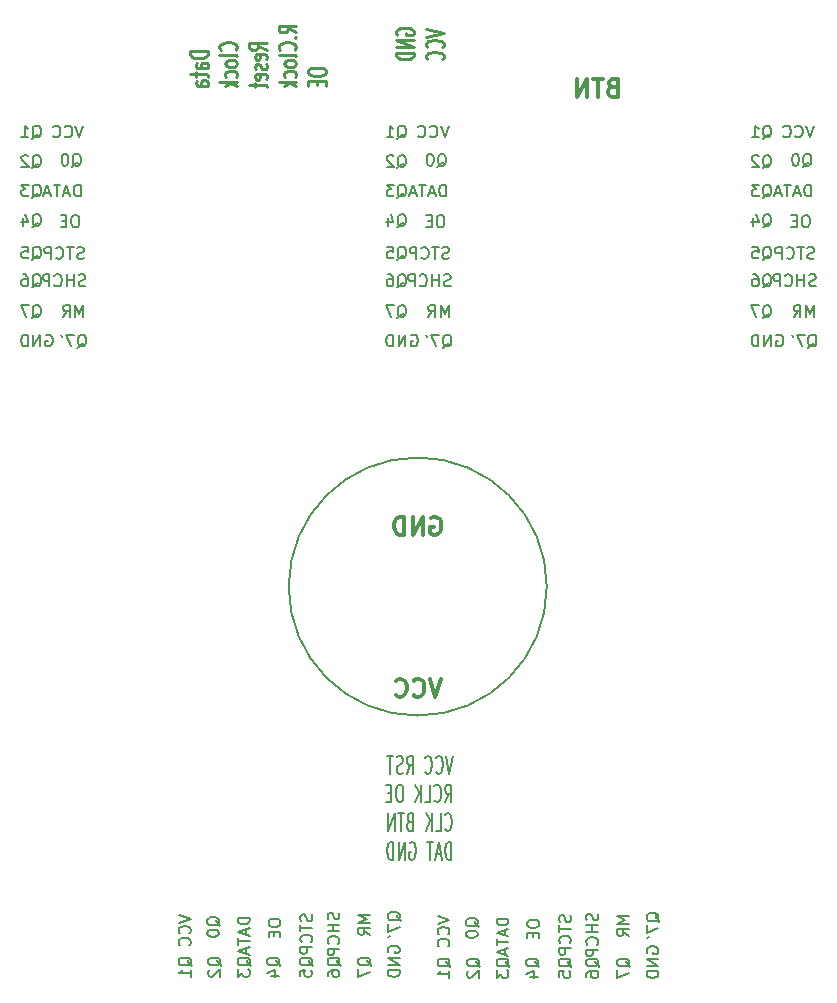
<source format=gbr>
G04 #@! TF.FileFunction,Legend,Bot*
%FSLAX46Y46*%
G04 Gerber Fmt 4.6, Leading zero omitted, Abs format (unit mm)*
G04 Created by KiCad (PCBNEW 4.0.7) date 08/16/18 21:35:53*
%MOMM*%
%LPD*%
G01*
G04 APERTURE LIST*
%ADD10C,0.100000*%
%ADD11C,0.300000*%
%ADD12C,0.175000*%
%ADD13C,0.200000*%
%ADD14C,0.250000*%
%ADD15C,0.150000*%
G04 APERTURE END LIST*
D10*
D11*
X187686000Y-65424857D02*
X187471714Y-65496286D01*
X187400286Y-65567714D01*
X187328857Y-65710571D01*
X187328857Y-65924857D01*
X187400286Y-66067714D01*
X187471714Y-66139143D01*
X187614572Y-66210571D01*
X188186000Y-66210571D01*
X188186000Y-64710571D01*
X187686000Y-64710571D01*
X187543143Y-64782000D01*
X187471714Y-64853429D01*
X187400286Y-64996286D01*
X187400286Y-65139143D01*
X187471714Y-65282000D01*
X187543143Y-65353429D01*
X187686000Y-65424857D01*
X188186000Y-65424857D01*
X186900286Y-64710571D02*
X186043143Y-64710571D01*
X186471714Y-66210571D02*
X186471714Y-64710571D01*
X185543143Y-66210571D02*
X185543143Y-64710571D01*
X184686000Y-66210571D01*
X184686000Y-64710571D01*
D12*
X174158286Y-122033071D02*
X173858286Y-123533071D01*
X173558286Y-122033071D01*
X172744000Y-123390214D02*
X172786857Y-123461643D01*
X172915428Y-123533071D01*
X173001142Y-123533071D01*
X173129714Y-123461643D01*
X173215428Y-123318786D01*
X173258285Y-123175929D01*
X173301142Y-122890214D01*
X173301142Y-122675929D01*
X173258285Y-122390214D01*
X173215428Y-122247357D01*
X173129714Y-122104500D01*
X173001142Y-122033071D01*
X172915428Y-122033071D01*
X172786857Y-122104500D01*
X172744000Y-122175929D01*
X171844000Y-123390214D02*
X171886857Y-123461643D01*
X172015428Y-123533071D01*
X172101142Y-123533071D01*
X172229714Y-123461643D01*
X172315428Y-123318786D01*
X172358285Y-123175929D01*
X172401142Y-122890214D01*
X172401142Y-122675929D01*
X172358285Y-122390214D01*
X172315428Y-122247357D01*
X172229714Y-122104500D01*
X172101142Y-122033071D01*
X172015428Y-122033071D01*
X171886857Y-122104500D01*
X171844000Y-122175929D01*
X170258286Y-123533071D02*
X170558286Y-122818786D01*
X170772571Y-123533071D02*
X170772571Y-122033071D01*
X170429714Y-122033071D01*
X170344000Y-122104500D01*
X170301143Y-122175929D01*
X170258286Y-122318786D01*
X170258286Y-122533071D01*
X170301143Y-122675929D01*
X170344000Y-122747357D01*
X170429714Y-122818786D01*
X170772571Y-122818786D01*
X169915428Y-123461643D02*
X169786857Y-123533071D01*
X169572571Y-123533071D01*
X169486857Y-123461643D01*
X169444000Y-123390214D01*
X169401143Y-123247357D01*
X169401143Y-123104500D01*
X169444000Y-122961643D01*
X169486857Y-122890214D01*
X169572571Y-122818786D01*
X169744000Y-122747357D01*
X169829714Y-122675929D01*
X169872571Y-122604500D01*
X169915428Y-122461643D01*
X169915428Y-122318786D01*
X169872571Y-122175929D01*
X169829714Y-122104500D01*
X169744000Y-122033071D01*
X169529714Y-122033071D01*
X169401143Y-122104500D01*
X169144000Y-122033071D02*
X168629714Y-122033071D01*
X168886857Y-123533071D02*
X168886857Y-122033071D01*
X173515429Y-125958071D02*
X173815429Y-125243786D01*
X174029714Y-125958071D02*
X174029714Y-124458071D01*
X173686857Y-124458071D01*
X173601143Y-124529500D01*
X173558286Y-124600929D01*
X173515429Y-124743786D01*
X173515429Y-124958071D01*
X173558286Y-125100929D01*
X173601143Y-125172357D01*
X173686857Y-125243786D01*
X174029714Y-125243786D01*
X172615429Y-125815214D02*
X172658286Y-125886643D01*
X172786857Y-125958071D01*
X172872571Y-125958071D01*
X173001143Y-125886643D01*
X173086857Y-125743786D01*
X173129714Y-125600929D01*
X173172571Y-125315214D01*
X173172571Y-125100929D01*
X173129714Y-124815214D01*
X173086857Y-124672357D01*
X173001143Y-124529500D01*
X172872571Y-124458071D01*
X172786857Y-124458071D01*
X172658286Y-124529500D01*
X172615429Y-124600929D01*
X171801143Y-125958071D02*
X172229714Y-125958071D01*
X172229714Y-124458071D01*
X171501143Y-125958071D02*
X171501143Y-124458071D01*
X170986858Y-125958071D02*
X171372572Y-125100929D01*
X170986858Y-124458071D02*
X171501143Y-125315214D01*
X169744001Y-124458071D02*
X169572572Y-124458071D01*
X169486858Y-124529500D01*
X169401144Y-124672357D01*
X169358286Y-124958071D01*
X169358286Y-125458071D01*
X169401144Y-125743786D01*
X169486858Y-125886643D01*
X169572572Y-125958071D01*
X169744001Y-125958071D01*
X169829715Y-125886643D01*
X169915429Y-125743786D01*
X169958286Y-125458071D01*
X169958286Y-124958071D01*
X169915429Y-124672357D01*
X169829715Y-124529500D01*
X169744001Y-124458071D01*
X168972572Y-125172357D02*
X168672572Y-125172357D01*
X168544001Y-125958071D02*
X168972572Y-125958071D01*
X168972572Y-124458071D01*
X168544001Y-124458071D01*
X173515429Y-128240214D02*
X173558286Y-128311643D01*
X173686857Y-128383071D01*
X173772571Y-128383071D01*
X173901143Y-128311643D01*
X173986857Y-128168786D01*
X174029714Y-128025929D01*
X174072571Y-127740214D01*
X174072571Y-127525929D01*
X174029714Y-127240214D01*
X173986857Y-127097357D01*
X173901143Y-126954500D01*
X173772571Y-126883071D01*
X173686857Y-126883071D01*
X173558286Y-126954500D01*
X173515429Y-127025929D01*
X172701143Y-128383071D02*
X173129714Y-128383071D01*
X173129714Y-126883071D01*
X172401143Y-128383071D02*
X172401143Y-126883071D01*
X171886858Y-128383071D02*
X172272572Y-127525929D01*
X171886858Y-126883071D02*
X172401143Y-127740214D01*
X170515429Y-127597357D02*
X170386858Y-127668786D01*
X170344001Y-127740214D01*
X170301144Y-127883071D01*
X170301144Y-128097357D01*
X170344001Y-128240214D01*
X170386858Y-128311643D01*
X170472572Y-128383071D01*
X170815429Y-128383071D01*
X170815429Y-126883071D01*
X170515429Y-126883071D01*
X170429715Y-126954500D01*
X170386858Y-127025929D01*
X170344001Y-127168786D01*
X170344001Y-127311643D01*
X170386858Y-127454500D01*
X170429715Y-127525929D01*
X170515429Y-127597357D01*
X170815429Y-127597357D01*
X170044001Y-126883071D02*
X169529715Y-126883071D01*
X169786858Y-128383071D02*
X169786858Y-126883071D01*
X169229715Y-128383071D02*
X169229715Y-126883071D01*
X168715430Y-128383071D01*
X168715430Y-126883071D01*
X174029714Y-130808071D02*
X174029714Y-129308071D01*
X173815429Y-129308071D01*
X173686857Y-129379500D01*
X173601143Y-129522357D01*
X173558286Y-129665214D01*
X173515429Y-129950929D01*
X173515429Y-130165214D01*
X173558286Y-130450929D01*
X173601143Y-130593786D01*
X173686857Y-130736643D01*
X173815429Y-130808071D01*
X174029714Y-130808071D01*
X173172571Y-130379500D02*
X172744000Y-130379500D01*
X173258286Y-130808071D02*
X172958286Y-129308071D01*
X172658286Y-130808071D01*
X172486857Y-129308071D02*
X171972571Y-129308071D01*
X172229714Y-130808071D02*
X172229714Y-129308071D01*
X170515429Y-129379500D02*
X170601143Y-129308071D01*
X170729714Y-129308071D01*
X170858286Y-129379500D01*
X170944000Y-129522357D01*
X170986857Y-129665214D01*
X171029714Y-129950929D01*
X171029714Y-130165214D01*
X170986857Y-130450929D01*
X170944000Y-130593786D01*
X170858286Y-130736643D01*
X170729714Y-130808071D01*
X170644000Y-130808071D01*
X170515429Y-130736643D01*
X170472572Y-130665214D01*
X170472572Y-130165214D01*
X170644000Y-130165214D01*
X170086857Y-130808071D02*
X170086857Y-129308071D01*
X169572572Y-130808071D01*
X169572572Y-129308071D01*
X169144000Y-130808071D02*
X169144000Y-129308071D01*
X168929715Y-129308071D01*
X168801143Y-129379500D01*
X168715429Y-129522357D01*
X168672572Y-129665214D01*
X168629715Y-129950929D01*
X168629715Y-130165214D01*
X168672572Y-130450929D01*
X168715429Y-130593786D01*
X168801143Y-130736643D01*
X168929715Y-130808071D01*
X169144000Y-130808071D01*
D11*
X173196000Y-115510571D02*
X172696000Y-117010571D01*
X172196000Y-115510571D01*
X170838857Y-116867714D02*
X170910286Y-116939143D01*
X171124572Y-117010571D01*
X171267429Y-117010571D01*
X171481714Y-116939143D01*
X171624572Y-116796286D01*
X171696000Y-116653429D01*
X171767429Y-116367714D01*
X171767429Y-116153429D01*
X171696000Y-115867714D01*
X171624572Y-115724857D01*
X171481714Y-115582000D01*
X171267429Y-115510571D01*
X171124572Y-115510571D01*
X170910286Y-115582000D01*
X170838857Y-115653429D01*
X169338857Y-116867714D02*
X169410286Y-116939143D01*
X169624572Y-117010571D01*
X169767429Y-117010571D01*
X169981714Y-116939143D01*
X170124572Y-116796286D01*
X170196000Y-116653429D01*
X170267429Y-116367714D01*
X170267429Y-116153429D01*
X170196000Y-115867714D01*
X170124572Y-115724857D01*
X169981714Y-115582000D01*
X169767429Y-115510571D01*
X169624572Y-115510571D01*
X169410286Y-115582000D01*
X169338857Y-115653429D01*
X172338857Y-101866000D02*
X172481714Y-101794571D01*
X172696000Y-101794571D01*
X172910285Y-101866000D01*
X173053143Y-102008857D01*
X173124571Y-102151714D01*
X173196000Y-102437429D01*
X173196000Y-102651714D01*
X173124571Y-102937429D01*
X173053143Y-103080286D01*
X172910285Y-103223143D01*
X172696000Y-103294571D01*
X172553143Y-103294571D01*
X172338857Y-103223143D01*
X172267428Y-103151714D01*
X172267428Y-102651714D01*
X172553143Y-102651714D01*
X171624571Y-103294571D02*
X171624571Y-101794571D01*
X170767428Y-103294571D01*
X170767428Y-101794571D01*
X170053142Y-103294571D02*
X170053142Y-101794571D01*
X169695999Y-101794571D01*
X169481714Y-101866000D01*
X169338856Y-102008857D01*
X169267428Y-102151714D01*
X169195999Y-102437429D01*
X169195999Y-102651714D01*
X169267428Y-102937429D01*
X169338856Y-103080286D01*
X169481714Y-103223143D01*
X169695999Y-103294571D01*
X170053142Y-103294571D01*
D13*
X182120953Y-107696000D02*
G75*
G03X182120953Y-107696000I-10924953J0D01*
G01*
D14*
X169450000Y-60960286D02*
X169378571Y-60865048D01*
X169378571Y-60722191D01*
X169450000Y-60579333D01*
X169592857Y-60484095D01*
X169735714Y-60436476D01*
X170021429Y-60388857D01*
X170235714Y-60388857D01*
X170521429Y-60436476D01*
X170664286Y-60484095D01*
X170807143Y-60579333D01*
X170878571Y-60722191D01*
X170878571Y-60817429D01*
X170807143Y-60960286D01*
X170735714Y-61007905D01*
X170235714Y-61007905D01*
X170235714Y-60817429D01*
X170878571Y-61436476D02*
X169378571Y-61436476D01*
X170878571Y-62007905D01*
X169378571Y-62007905D01*
X170878571Y-62484095D02*
X169378571Y-62484095D01*
X169378571Y-62722190D01*
X169450000Y-62865048D01*
X169592857Y-62960286D01*
X169735714Y-63007905D01*
X170021429Y-63055524D01*
X170235714Y-63055524D01*
X170521429Y-63007905D01*
X170664286Y-62960286D01*
X170807143Y-62865048D01*
X170878571Y-62722190D01*
X170878571Y-62484095D01*
X171878571Y-60484095D02*
X173378571Y-60817428D01*
X171878571Y-61150762D01*
X173235714Y-62055524D02*
X173307143Y-62007905D01*
X173378571Y-61865048D01*
X173378571Y-61769810D01*
X173307143Y-61626952D01*
X173164286Y-61531714D01*
X173021429Y-61484095D01*
X172735714Y-61436476D01*
X172521429Y-61436476D01*
X172235714Y-61484095D01*
X172092857Y-61531714D01*
X171950000Y-61626952D01*
X171878571Y-61769810D01*
X171878571Y-61865048D01*
X171950000Y-62007905D01*
X172021429Y-62055524D01*
X173235714Y-63055524D02*
X173307143Y-63007905D01*
X173378571Y-62865048D01*
X173378571Y-62769810D01*
X173307143Y-62626952D01*
X173164286Y-62531714D01*
X173021429Y-62484095D01*
X172735714Y-62436476D01*
X172521429Y-62436476D01*
X172235714Y-62484095D01*
X172092857Y-62531714D01*
X171950000Y-62626952D01*
X171878571Y-62769810D01*
X171878571Y-62865048D01*
X171950000Y-63007905D01*
X172021429Y-63055524D01*
X153412571Y-62389142D02*
X151912571Y-62389142D01*
X151912571Y-62627237D01*
X151984000Y-62770095D01*
X152126857Y-62865333D01*
X152269714Y-62912952D01*
X152555429Y-62960571D01*
X152769714Y-62960571D01*
X153055429Y-62912952D01*
X153198286Y-62865333D01*
X153341143Y-62770095D01*
X153412571Y-62627237D01*
X153412571Y-62389142D01*
X153412571Y-63817714D02*
X152626857Y-63817714D01*
X152484000Y-63770095D01*
X152412571Y-63674857D01*
X152412571Y-63484380D01*
X152484000Y-63389142D01*
X153341143Y-63817714D02*
X153412571Y-63722476D01*
X153412571Y-63484380D01*
X153341143Y-63389142D01*
X153198286Y-63341523D01*
X153055429Y-63341523D01*
X152912571Y-63389142D01*
X152841143Y-63484380D01*
X152841143Y-63722476D01*
X152769714Y-63817714D01*
X152412571Y-64151047D02*
X152412571Y-64531999D01*
X151912571Y-64293904D02*
X153198286Y-64293904D01*
X153341143Y-64341523D01*
X153412571Y-64436761D01*
X153412571Y-64531999D01*
X153412571Y-65293905D02*
X152626857Y-65293905D01*
X152484000Y-65246286D01*
X152412571Y-65151048D01*
X152412571Y-64960571D01*
X152484000Y-64865333D01*
X153341143Y-65293905D02*
X153412571Y-65198667D01*
X153412571Y-64960571D01*
X153341143Y-64865333D01*
X153198286Y-64817714D01*
X153055429Y-64817714D01*
X152912571Y-64865333D01*
X152841143Y-64960571D01*
X152841143Y-65198667D01*
X152769714Y-65293905D01*
X155769714Y-62246285D02*
X155841143Y-62198666D01*
X155912571Y-62055809D01*
X155912571Y-61960571D01*
X155841143Y-61817713D01*
X155698286Y-61722475D01*
X155555429Y-61674856D01*
X155269714Y-61627237D01*
X155055429Y-61627237D01*
X154769714Y-61674856D01*
X154626857Y-61722475D01*
X154484000Y-61817713D01*
X154412571Y-61960571D01*
X154412571Y-62055809D01*
X154484000Y-62198666D01*
X154555429Y-62246285D01*
X155912571Y-62817713D02*
X155841143Y-62722475D01*
X155698286Y-62674856D01*
X154412571Y-62674856D01*
X155912571Y-63341523D02*
X155841143Y-63246285D01*
X155769714Y-63198666D01*
X155626857Y-63151047D01*
X155198286Y-63151047D01*
X155055429Y-63198666D01*
X154984000Y-63246285D01*
X154912571Y-63341523D01*
X154912571Y-63484381D01*
X154984000Y-63579619D01*
X155055429Y-63627238D01*
X155198286Y-63674857D01*
X155626857Y-63674857D01*
X155769714Y-63627238D01*
X155841143Y-63579619D01*
X155912571Y-63484381D01*
X155912571Y-63341523D01*
X155841143Y-64532000D02*
X155912571Y-64436762D01*
X155912571Y-64246285D01*
X155841143Y-64151047D01*
X155769714Y-64103428D01*
X155626857Y-64055809D01*
X155198286Y-64055809D01*
X155055429Y-64103428D01*
X154984000Y-64151047D01*
X154912571Y-64246285D01*
X154912571Y-64436762D01*
X154984000Y-64532000D01*
X155912571Y-64960571D02*
X154412571Y-64960571D01*
X155341143Y-65055809D02*
X155912571Y-65341524D01*
X154912571Y-65341524D02*
X155484000Y-64960571D01*
X158412571Y-62246285D02*
X157698286Y-61912951D01*
X158412571Y-61674856D02*
X156912571Y-61674856D01*
X156912571Y-62055809D01*
X156984000Y-62151047D01*
X157055429Y-62198666D01*
X157198286Y-62246285D01*
X157412571Y-62246285D01*
X157555429Y-62198666D01*
X157626857Y-62151047D01*
X157698286Y-62055809D01*
X157698286Y-61674856D01*
X158341143Y-63055809D02*
X158412571Y-62960571D01*
X158412571Y-62770094D01*
X158341143Y-62674856D01*
X158198286Y-62627237D01*
X157626857Y-62627237D01*
X157484000Y-62674856D01*
X157412571Y-62770094D01*
X157412571Y-62960571D01*
X157484000Y-63055809D01*
X157626857Y-63103428D01*
X157769714Y-63103428D01*
X157912571Y-62627237D01*
X158341143Y-63484380D02*
X158412571Y-63579618D01*
X158412571Y-63770094D01*
X158341143Y-63865333D01*
X158198286Y-63912952D01*
X158126857Y-63912952D01*
X157984000Y-63865333D01*
X157912571Y-63770094D01*
X157912571Y-63627237D01*
X157841143Y-63531999D01*
X157698286Y-63484380D01*
X157626857Y-63484380D01*
X157484000Y-63531999D01*
X157412571Y-63627237D01*
X157412571Y-63770094D01*
X157484000Y-63865333D01*
X158341143Y-64722476D02*
X158412571Y-64627238D01*
X158412571Y-64436761D01*
X158341143Y-64341523D01*
X158198286Y-64293904D01*
X157626857Y-64293904D01*
X157484000Y-64341523D01*
X157412571Y-64436761D01*
X157412571Y-64627238D01*
X157484000Y-64722476D01*
X157626857Y-64770095D01*
X157769714Y-64770095D01*
X157912571Y-64293904D01*
X157412571Y-65055809D02*
X157412571Y-65436761D01*
X156912571Y-65198666D02*
X158198286Y-65198666D01*
X158341143Y-65246285D01*
X158412571Y-65341523D01*
X158412571Y-65436761D01*
X160912571Y-60770095D02*
X160198286Y-60436761D01*
X160912571Y-60198666D02*
X159412571Y-60198666D01*
X159412571Y-60579619D01*
X159484000Y-60674857D01*
X159555429Y-60722476D01*
X159698286Y-60770095D01*
X159912571Y-60770095D01*
X160055429Y-60722476D01*
X160126857Y-60674857D01*
X160198286Y-60579619D01*
X160198286Y-60198666D01*
X160769714Y-61198666D02*
X160841143Y-61246285D01*
X160912571Y-61198666D01*
X160841143Y-61151047D01*
X160769714Y-61198666D01*
X160912571Y-61198666D01*
X160769714Y-62246285D02*
X160841143Y-62198666D01*
X160912571Y-62055809D01*
X160912571Y-61960571D01*
X160841143Y-61817713D01*
X160698286Y-61722475D01*
X160555429Y-61674856D01*
X160269714Y-61627237D01*
X160055429Y-61627237D01*
X159769714Y-61674856D01*
X159626857Y-61722475D01*
X159484000Y-61817713D01*
X159412571Y-61960571D01*
X159412571Y-62055809D01*
X159484000Y-62198666D01*
X159555429Y-62246285D01*
X160912571Y-62817713D02*
X160841143Y-62722475D01*
X160698286Y-62674856D01*
X159412571Y-62674856D01*
X160912571Y-63341523D02*
X160841143Y-63246285D01*
X160769714Y-63198666D01*
X160626857Y-63151047D01*
X160198286Y-63151047D01*
X160055429Y-63198666D01*
X159984000Y-63246285D01*
X159912571Y-63341523D01*
X159912571Y-63484381D01*
X159984000Y-63579619D01*
X160055429Y-63627238D01*
X160198286Y-63674857D01*
X160626857Y-63674857D01*
X160769714Y-63627238D01*
X160841143Y-63579619D01*
X160912571Y-63484381D01*
X160912571Y-63341523D01*
X160841143Y-64532000D02*
X160912571Y-64436762D01*
X160912571Y-64246285D01*
X160841143Y-64151047D01*
X160769714Y-64103428D01*
X160626857Y-64055809D01*
X160198286Y-64055809D01*
X160055429Y-64103428D01*
X159984000Y-64151047D01*
X159912571Y-64246285D01*
X159912571Y-64436762D01*
X159984000Y-64532000D01*
X160912571Y-64960571D02*
X159412571Y-64960571D01*
X160341143Y-65055809D02*
X160912571Y-65341524D01*
X159912571Y-65341524D02*
X160484000Y-64960571D01*
X161912571Y-64008190D02*
X161912571Y-64198667D01*
X161984000Y-64293905D01*
X162126857Y-64389143D01*
X162412571Y-64436762D01*
X162912571Y-64436762D01*
X163198286Y-64389143D01*
X163341143Y-64293905D01*
X163412571Y-64198667D01*
X163412571Y-64008190D01*
X163341143Y-63912952D01*
X163198286Y-63817714D01*
X162912571Y-63770095D01*
X162412571Y-63770095D01*
X162126857Y-63817714D01*
X161984000Y-63912952D01*
X161912571Y-64008190D01*
X162626857Y-64865333D02*
X162626857Y-65198667D01*
X163412571Y-65341524D02*
X163412571Y-64865333D01*
X161912571Y-64865333D01*
X161912571Y-65341524D01*
D15*
X204731333Y-68667381D02*
X204398000Y-69667381D01*
X204064666Y-68667381D01*
X203159904Y-69572143D02*
X203207523Y-69619762D01*
X203350380Y-69667381D01*
X203445618Y-69667381D01*
X203588476Y-69619762D01*
X203683714Y-69524524D01*
X203731333Y-69429286D01*
X203778952Y-69238810D01*
X203778952Y-69095952D01*
X203731333Y-68905476D01*
X203683714Y-68810238D01*
X203588476Y-68715000D01*
X203445618Y-68667381D01*
X203350380Y-68667381D01*
X203207523Y-68715000D01*
X203159904Y-68762619D01*
X202159904Y-69572143D02*
X202207523Y-69619762D01*
X202350380Y-69667381D01*
X202445618Y-69667381D01*
X202588476Y-69619762D01*
X202683714Y-69524524D01*
X202731333Y-69429286D01*
X202778952Y-69238810D01*
X202778952Y-69095952D01*
X202731333Y-68905476D01*
X202683714Y-68810238D01*
X202588476Y-68715000D01*
X202445618Y-68667381D01*
X202350380Y-68667381D01*
X202207523Y-68715000D01*
X202159904Y-68762619D01*
X203793238Y-72162619D02*
X203888476Y-72115000D01*
X203983714Y-72019762D01*
X204126571Y-71876905D01*
X204221810Y-71829286D01*
X204317048Y-71829286D01*
X204269429Y-72067381D02*
X204364667Y-72019762D01*
X204459905Y-71924524D01*
X204507524Y-71734048D01*
X204507524Y-71400714D01*
X204459905Y-71210238D01*
X204364667Y-71115000D01*
X204269429Y-71067381D01*
X204078952Y-71067381D01*
X203983714Y-71115000D01*
X203888476Y-71210238D01*
X203840857Y-71400714D01*
X203840857Y-71734048D01*
X203888476Y-71924524D01*
X203983714Y-72019762D01*
X204078952Y-72067381D01*
X204269429Y-72067381D01*
X203221810Y-71067381D02*
X203126571Y-71067381D01*
X203031333Y-71115000D01*
X202983714Y-71162619D01*
X202936095Y-71257857D01*
X202888476Y-71448333D01*
X202888476Y-71686429D01*
X202936095Y-71876905D01*
X202983714Y-71972143D01*
X203031333Y-72019762D01*
X203126571Y-72067381D01*
X203221810Y-72067381D01*
X203317048Y-72019762D01*
X203364667Y-71972143D01*
X203412286Y-71876905D01*
X203459905Y-71686429D01*
X203459905Y-71448333D01*
X203412286Y-71257857D01*
X203364667Y-71162619D01*
X203317048Y-71115000D01*
X203221810Y-71067381D01*
X204498000Y-74667381D02*
X204498000Y-73667381D01*
X204259905Y-73667381D01*
X204117047Y-73715000D01*
X204021809Y-73810238D01*
X203974190Y-73905476D01*
X203926571Y-74095952D01*
X203926571Y-74238810D01*
X203974190Y-74429286D01*
X204021809Y-74524524D01*
X204117047Y-74619762D01*
X204259905Y-74667381D01*
X204498000Y-74667381D01*
X203545619Y-74381667D02*
X203069428Y-74381667D01*
X203640857Y-74667381D02*
X203307524Y-73667381D01*
X202974190Y-74667381D01*
X202783714Y-73667381D02*
X202212285Y-73667381D01*
X202498000Y-74667381D02*
X202498000Y-73667381D01*
X201926571Y-74381667D02*
X201450380Y-74381667D01*
X202021809Y-74667381D02*
X201688476Y-73667381D01*
X201355142Y-74667381D01*
X204145619Y-76267381D02*
X203955142Y-76267381D01*
X203859904Y-76315000D01*
X203764666Y-76410238D01*
X203717047Y-76600714D01*
X203717047Y-76934048D01*
X203764666Y-77124524D01*
X203859904Y-77219762D01*
X203955142Y-77267381D01*
X204145619Y-77267381D01*
X204240857Y-77219762D01*
X204336095Y-77124524D01*
X204383714Y-76934048D01*
X204383714Y-76600714D01*
X204336095Y-76410238D01*
X204240857Y-76315000D01*
X204145619Y-76267381D01*
X203288476Y-76743571D02*
X202955142Y-76743571D01*
X202812285Y-77267381D02*
X203288476Y-77267381D01*
X203288476Y-76267381D01*
X202812285Y-76267381D01*
X204764667Y-79919762D02*
X204621810Y-79967381D01*
X204383714Y-79967381D01*
X204288476Y-79919762D01*
X204240857Y-79872143D01*
X204193238Y-79776905D01*
X204193238Y-79681667D01*
X204240857Y-79586429D01*
X204288476Y-79538810D01*
X204383714Y-79491190D01*
X204574191Y-79443571D01*
X204669429Y-79395952D01*
X204717048Y-79348333D01*
X204764667Y-79253095D01*
X204764667Y-79157857D01*
X204717048Y-79062619D01*
X204669429Y-79015000D01*
X204574191Y-78967381D01*
X204336095Y-78967381D01*
X204193238Y-79015000D01*
X203907524Y-78967381D02*
X203336095Y-78967381D01*
X203621810Y-79967381D02*
X203621810Y-78967381D01*
X202431333Y-79872143D02*
X202478952Y-79919762D01*
X202621809Y-79967381D01*
X202717047Y-79967381D01*
X202859905Y-79919762D01*
X202955143Y-79824524D01*
X203002762Y-79729286D01*
X203050381Y-79538810D01*
X203050381Y-79395952D01*
X203002762Y-79205476D01*
X202955143Y-79110238D01*
X202859905Y-79015000D01*
X202717047Y-78967381D01*
X202621809Y-78967381D01*
X202478952Y-79015000D01*
X202431333Y-79062619D01*
X202002762Y-79967381D02*
X202002762Y-78967381D01*
X201621809Y-78967381D01*
X201526571Y-79015000D01*
X201478952Y-79062619D01*
X201431333Y-79157857D01*
X201431333Y-79300714D01*
X201478952Y-79395952D01*
X201526571Y-79443571D01*
X201621809Y-79491190D01*
X202002762Y-79491190D01*
X204907524Y-82219762D02*
X204764667Y-82267381D01*
X204526571Y-82267381D01*
X204431333Y-82219762D01*
X204383714Y-82172143D01*
X204336095Y-82076905D01*
X204336095Y-81981667D01*
X204383714Y-81886429D01*
X204431333Y-81838810D01*
X204526571Y-81791190D01*
X204717048Y-81743571D01*
X204812286Y-81695952D01*
X204859905Y-81648333D01*
X204907524Y-81553095D01*
X204907524Y-81457857D01*
X204859905Y-81362619D01*
X204812286Y-81315000D01*
X204717048Y-81267381D01*
X204478952Y-81267381D01*
X204336095Y-81315000D01*
X203907524Y-82267381D02*
X203907524Y-81267381D01*
X203907524Y-81743571D02*
X203336095Y-81743571D01*
X203336095Y-82267381D02*
X203336095Y-81267381D01*
X202288476Y-82172143D02*
X202336095Y-82219762D01*
X202478952Y-82267381D01*
X202574190Y-82267381D01*
X202717048Y-82219762D01*
X202812286Y-82124524D01*
X202859905Y-82029286D01*
X202907524Y-81838810D01*
X202907524Y-81695952D01*
X202859905Y-81505476D01*
X202812286Y-81410238D01*
X202717048Y-81315000D01*
X202574190Y-81267381D01*
X202478952Y-81267381D01*
X202336095Y-81315000D01*
X202288476Y-81362619D01*
X201859905Y-82267381D02*
X201859905Y-81267381D01*
X201478952Y-81267381D01*
X201383714Y-81315000D01*
X201336095Y-81362619D01*
X201288476Y-81457857D01*
X201288476Y-81600714D01*
X201336095Y-81695952D01*
X201383714Y-81743571D01*
X201478952Y-81791190D01*
X201859905Y-81791190D01*
X204731333Y-84867381D02*
X204731333Y-83867381D01*
X204397999Y-84581667D01*
X204064666Y-83867381D01*
X204064666Y-84867381D01*
X203017047Y-84867381D02*
X203350381Y-84391190D01*
X203588476Y-84867381D02*
X203588476Y-83867381D01*
X203207523Y-83867381D01*
X203112285Y-83915000D01*
X203064666Y-83962619D01*
X203017047Y-84057857D01*
X203017047Y-84200714D01*
X203064666Y-84295952D01*
X203112285Y-84343571D01*
X203207523Y-84391190D01*
X203588476Y-84391190D01*
X204231333Y-87462619D02*
X204326571Y-87415000D01*
X204421809Y-87319762D01*
X204564666Y-87176905D01*
X204659905Y-87129286D01*
X204755143Y-87129286D01*
X204707524Y-87367381D02*
X204802762Y-87319762D01*
X204898000Y-87224524D01*
X204945619Y-87034048D01*
X204945619Y-86700714D01*
X204898000Y-86510238D01*
X204802762Y-86415000D01*
X204707524Y-86367381D01*
X204517047Y-86367381D01*
X204421809Y-86415000D01*
X204326571Y-86510238D01*
X204278952Y-86700714D01*
X204278952Y-87034048D01*
X204326571Y-87224524D01*
X204421809Y-87319762D01*
X204517047Y-87367381D01*
X204707524Y-87367381D01*
X203945619Y-86367381D02*
X203278952Y-86367381D01*
X203707524Y-87367381D01*
X202850381Y-86367381D02*
X202945619Y-86557857D01*
X201559904Y-86415000D02*
X201655142Y-86367381D01*
X201797999Y-86367381D01*
X201940857Y-86415000D01*
X202036095Y-86510238D01*
X202083714Y-86605476D01*
X202131333Y-86795952D01*
X202131333Y-86938810D01*
X202083714Y-87129286D01*
X202036095Y-87224524D01*
X201940857Y-87319762D01*
X201797999Y-87367381D01*
X201702761Y-87367381D01*
X201559904Y-87319762D01*
X201512285Y-87272143D01*
X201512285Y-86938810D01*
X201702761Y-86938810D01*
X201083714Y-87367381D02*
X201083714Y-86367381D01*
X200512285Y-87367381D01*
X200512285Y-86367381D01*
X200036095Y-87367381D02*
X200036095Y-86367381D01*
X199798000Y-86367381D01*
X199655142Y-86415000D01*
X199559904Y-86510238D01*
X199512285Y-86605476D01*
X199464666Y-86795952D01*
X199464666Y-86938810D01*
X199512285Y-87129286D01*
X199559904Y-87224524D01*
X199655142Y-87319762D01*
X199798000Y-87367381D01*
X200036095Y-87367381D01*
X200393238Y-82362619D02*
X200488476Y-82315000D01*
X200583714Y-82219762D01*
X200726571Y-82076905D01*
X200821810Y-82029286D01*
X200917048Y-82029286D01*
X200869429Y-82267381D02*
X200964667Y-82219762D01*
X201059905Y-82124524D01*
X201107524Y-81934048D01*
X201107524Y-81600714D01*
X201059905Y-81410238D01*
X200964667Y-81315000D01*
X200869429Y-81267381D01*
X200678952Y-81267381D01*
X200583714Y-81315000D01*
X200488476Y-81410238D01*
X200440857Y-81600714D01*
X200440857Y-81934048D01*
X200488476Y-82124524D01*
X200583714Y-82219762D01*
X200678952Y-82267381D01*
X200869429Y-82267381D01*
X199583714Y-81267381D02*
X199774191Y-81267381D01*
X199869429Y-81315000D01*
X199917048Y-81362619D01*
X200012286Y-81505476D01*
X200059905Y-81695952D01*
X200059905Y-82076905D01*
X200012286Y-82172143D01*
X199964667Y-82219762D01*
X199869429Y-82267381D01*
X199678952Y-82267381D01*
X199583714Y-82219762D01*
X199536095Y-82172143D01*
X199488476Y-82076905D01*
X199488476Y-81838810D01*
X199536095Y-81743571D01*
X199583714Y-81695952D01*
X199678952Y-81648333D01*
X199869429Y-81648333D01*
X199964667Y-81695952D01*
X200012286Y-81743571D01*
X200059905Y-81838810D01*
X200393238Y-84962619D02*
X200488476Y-84915000D01*
X200583714Y-84819762D01*
X200726571Y-84676905D01*
X200821810Y-84629286D01*
X200917048Y-84629286D01*
X200869429Y-84867381D02*
X200964667Y-84819762D01*
X201059905Y-84724524D01*
X201107524Y-84534048D01*
X201107524Y-84200714D01*
X201059905Y-84010238D01*
X200964667Y-83915000D01*
X200869429Y-83867381D01*
X200678952Y-83867381D01*
X200583714Y-83915000D01*
X200488476Y-84010238D01*
X200440857Y-84200714D01*
X200440857Y-84534048D01*
X200488476Y-84724524D01*
X200583714Y-84819762D01*
X200678952Y-84867381D01*
X200869429Y-84867381D01*
X200107524Y-83867381D02*
X199440857Y-83867381D01*
X199869429Y-84867381D01*
X200393238Y-80012619D02*
X200488476Y-79965000D01*
X200583714Y-79869762D01*
X200726571Y-79726905D01*
X200821810Y-79679286D01*
X200917048Y-79679286D01*
X200869429Y-79917381D02*
X200964667Y-79869762D01*
X201059905Y-79774524D01*
X201107524Y-79584048D01*
X201107524Y-79250714D01*
X201059905Y-79060238D01*
X200964667Y-78965000D01*
X200869429Y-78917381D01*
X200678952Y-78917381D01*
X200583714Y-78965000D01*
X200488476Y-79060238D01*
X200440857Y-79250714D01*
X200440857Y-79584048D01*
X200488476Y-79774524D01*
X200583714Y-79869762D01*
X200678952Y-79917381D01*
X200869429Y-79917381D01*
X199536095Y-78917381D02*
X200012286Y-78917381D01*
X200059905Y-79393571D01*
X200012286Y-79345952D01*
X199917048Y-79298333D01*
X199678952Y-79298333D01*
X199583714Y-79345952D01*
X199536095Y-79393571D01*
X199488476Y-79488810D01*
X199488476Y-79726905D01*
X199536095Y-79822143D01*
X199583714Y-79869762D01*
X199678952Y-79917381D01*
X199917048Y-79917381D01*
X200012286Y-79869762D01*
X200059905Y-79822143D01*
X200393238Y-77262619D02*
X200488476Y-77215000D01*
X200583714Y-77119762D01*
X200726571Y-76976905D01*
X200821810Y-76929286D01*
X200917048Y-76929286D01*
X200869429Y-77167381D02*
X200964667Y-77119762D01*
X201059905Y-77024524D01*
X201107524Y-76834048D01*
X201107524Y-76500714D01*
X201059905Y-76310238D01*
X200964667Y-76215000D01*
X200869429Y-76167381D01*
X200678952Y-76167381D01*
X200583714Y-76215000D01*
X200488476Y-76310238D01*
X200440857Y-76500714D01*
X200440857Y-76834048D01*
X200488476Y-77024524D01*
X200583714Y-77119762D01*
X200678952Y-77167381D01*
X200869429Y-77167381D01*
X199583714Y-76500714D02*
X199583714Y-77167381D01*
X199821810Y-76119762D02*
X200059905Y-76834048D01*
X199440857Y-76834048D01*
X200393238Y-74762619D02*
X200488476Y-74715000D01*
X200583714Y-74619762D01*
X200726571Y-74476905D01*
X200821810Y-74429286D01*
X200917048Y-74429286D01*
X200869429Y-74667381D02*
X200964667Y-74619762D01*
X201059905Y-74524524D01*
X201107524Y-74334048D01*
X201107524Y-74000714D01*
X201059905Y-73810238D01*
X200964667Y-73715000D01*
X200869429Y-73667381D01*
X200678952Y-73667381D01*
X200583714Y-73715000D01*
X200488476Y-73810238D01*
X200440857Y-74000714D01*
X200440857Y-74334048D01*
X200488476Y-74524524D01*
X200583714Y-74619762D01*
X200678952Y-74667381D01*
X200869429Y-74667381D01*
X200107524Y-73667381D02*
X199488476Y-73667381D01*
X199821810Y-74048333D01*
X199678952Y-74048333D01*
X199583714Y-74095952D01*
X199536095Y-74143571D01*
X199488476Y-74238810D01*
X199488476Y-74476905D01*
X199536095Y-74572143D01*
X199583714Y-74619762D01*
X199678952Y-74667381D01*
X199964667Y-74667381D01*
X200059905Y-74619762D01*
X200107524Y-74572143D01*
X200393238Y-72262619D02*
X200488476Y-72215000D01*
X200583714Y-72119762D01*
X200726571Y-71976905D01*
X200821810Y-71929286D01*
X200917048Y-71929286D01*
X200869429Y-72167381D02*
X200964667Y-72119762D01*
X201059905Y-72024524D01*
X201107524Y-71834048D01*
X201107524Y-71500714D01*
X201059905Y-71310238D01*
X200964667Y-71215000D01*
X200869429Y-71167381D01*
X200678952Y-71167381D01*
X200583714Y-71215000D01*
X200488476Y-71310238D01*
X200440857Y-71500714D01*
X200440857Y-71834048D01*
X200488476Y-72024524D01*
X200583714Y-72119762D01*
X200678952Y-72167381D01*
X200869429Y-72167381D01*
X200059905Y-71262619D02*
X200012286Y-71215000D01*
X199917048Y-71167381D01*
X199678952Y-71167381D01*
X199583714Y-71215000D01*
X199536095Y-71262619D01*
X199488476Y-71357857D01*
X199488476Y-71453095D01*
X199536095Y-71595952D01*
X200107524Y-72167381D01*
X199488476Y-72167381D01*
X200393238Y-69762619D02*
X200488476Y-69715000D01*
X200583714Y-69619762D01*
X200726571Y-69476905D01*
X200821810Y-69429286D01*
X200917048Y-69429286D01*
X200869429Y-69667381D02*
X200964667Y-69619762D01*
X201059905Y-69524524D01*
X201107524Y-69334048D01*
X201107524Y-69000714D01*
X201059905Y-68810238D01*
X200964667Y-68715000D01*
X200869429Y-68667381D01*
X200678952Y-68667381D01*
X200583714Y-68715000D01*
X200488476Y-68810238D01*
X200440857Y-69000714D01*
X200440857Y-69334048D01*
X200488476Y-69524524D01*
X200583714Y-69619762D01*
X200678952Y-69667381D01*
X200869429Y-69667381D01*
X199488476Y-69667381D02*
X200059905Y-69667381D01*
X199774191Y-69667381D02*
X199774191Y-68667381D01*
X199869429Y-68810238D01*
X199964667Y-68905476D01*
X200059905Y-68953095D01*
X173806333Y-68667381D02*
X173473000Y-69667381D01*
X173139666Y-68667381D01*
X172234904Y-69572143D02*
X172282523Y-69619762D01*
X172425380Y-69667381D01*
X172520618Y-69667381D01*
X172663476Y-69619762D01*
X172758714Y-69524524D01*
X172806333Y-69429286D01*
X172853952Y-69238810D01*
X172853952Y-69095952D01*
X172806333Y-68905476D01*
X172758714Y-68810238D01*
X172663476Y-68715000D01*
X172520618Y-68667381D01*
X172425380Y-68667381D01*
X172282523Y-68715000D01*
X172234904Y-68762619D01*
X171234904Y-69572143D02*
X171282523Y-69619762D01*
X171425380Y-69667381D01*
X171520618Y-69667381D01*
X171663476Y-69619762D01*
X171758714Y-69524524D01*
X171806333Y-69429286D01*
X171853952Y-69238810D01*
X171853952Y-69095952D01*
X171806333Y-68905476D01*
X171758714Y-68810238D01*
X171663476Y-68715000D01*
X171520618Y-68667381D01*
X171425380Y-68667381D01*
X171282523Y-68715000D01*
X171234904Y-68762619D01*
X172868238Y-72162619D02*
X172963476Y-72115000D01*
X173058714Y-72019762D01*
X173201571Y-71876905D01*
X173296810Y-71829286D01*
X173392048Y-71829286D01*
X173344429Y-72067381D02*
X173439667Y-72019762D01*
X173534905Y-71924524D01*
X173582524Y-71734048D01*
X173582524Y-71400714D01*
X173534905Y-71210238D01*
X173439667Y-71115000D01*
X173344429Y-71067381D01*
X173153952Y-71067381D01*
X173058714Y-71115000D01*
X172963476Y-71210238D01*
X172915857Y-71400714D01*
X172915857Y-71734048D01*
X172963476Y-71924524D01*
X173058714Y-72019762D01*
X173153952Y-72067381D01*
X173344429Y-72067381D01*
X172296810Y-71067381D02*
X172201571Y-71067381D01*
X172106333Y-71115000D01*
X172058714Y-71162619D01*
X172011095Y-71257857D01*
X171963476Y-71448333D01*
X171963476Y-71686429D01*
X172011095Y-71876905D01*
X172058714Y-71972143D01*
X172106333Y-72019762D01*
X172201571Y-72067381D01*
X172296810Y-72067381D01*
X172392048Y-72019762D01*
X172439667Y-71972143D01*
X172487286Y-71876905D01*
X172534905Y-71686429D01*
X172534905Y-71448333D01*
X172487286Y-71257857D01*
X172439667Y-71162619D01*
X172392048Y-71115000D01*
X172296810Y-71067381D01*
X173573000Y-74667381D02*
X173573000Y-73667381D01*
X173334905Y-73667381D01*
X173192047Y-73715000D01*
X173096809Y-73810238D01*
X173049190Y-73905476D01*
X173001571Y-74095952D01*
X173001571Y-74238810D01*
X173049190Y-74429286D01*
X173096809Y-74524524D01*
X173192047Y-74619762D01*
X173334905Y-74667381D01*
X173573000Y-74667381D01*
X172620619Y-74381667D02*
X172144428Y-74381667D01*
X172715857Y-74667381D02*
X172382524Y-73667381D01*
X172049190Y-74667381D01*
X171858714Y-73667381D02*
X171287285Y-73667381D01*
X171573000Y-74667381D02*
X171573000Y-73667381D01*
X171001571Y-74381667D02*
X170525380Y-74381667D01*
X171096809Y-74667381D02*
X170763476Y-73667381D01*
X170430142Y-74667381D01*
X173220619Y-76267381D02*
X173030142Y-76267381D01*
X172934904Y-76315000D01*
X172839666Y-76410238D01*
X172792047Y-76600714D01*
X172792047Y-76934048D01*
X172839666Y-77124524D01*
X172934904Y-77219762D01*
X173030142Y-77267381D01*
X173220619Y-77267381D01*
X173315857Y-77219762D01*
X173411095Y-77124524D01*
X173458714Y-76934048D01*
X173458714Y-76600714D01*
X173411095Y-76410238D01*
X173315857Y-76315000D01*
X173220619Y-76267381D01*
X172363476Y-76743571D02*
X172030142Y-76743571D01*
X171887285Y-77267381D02*
X172363476Y-77267381D01*
X172363476Y-76267381D01*
X171887285Y-76267381D01*
X173839667Y-79919762D02*
X173696810Y-79967381D01*
X173458714Y-79967381D01*
X173363476Y-79919762D01*
X173315857Y-79872143D01*
X173268238Y-79776905D01*
X173268238Y-79681667D01*
X173315857Y-79586429D01*
X173363476Y-79538810D01*
X173458714Y-79491190D01*
X173649191Y-79443571D01*
X173744429Y-79395952D01*
X173792048Y-79348333D01*
X173839667Y-79253095D01*
X173839667Y-79157857D01*
X173792048Y-79062619D01*
X173744429Y-79015000D01*
X173649191Y-78967381D01*
X173411095Y-78967381D01*
X173268238Y-79015000D01*
X172982524Y-78967381D02*
X172411095Y-78967381D01*
X172696810Y-79967381D02*
X172696810Y-78967381D01*
X171506333Y-79872143D02*
X171553952Y-79919762D01*
X171696809Y-79967381D01*
X171792047Y-79967381D01*
X171934905Y-79919762D01*
X172030143Y-79824524D01*
X172077762Y-79729286D01*
X172125381Y-79538810D01*
X172125381Y-79395952D01*
X172077762Y-79205476D01*
X172030143Y-79110238D01*
X171934905Y-79015000D01*
X171792047Y-78967381D01*
X171696809Y-78967381D01*
X171553952Y-79015000D01*
X171506333Y-79062619D01*
X171077762Y-79967381D02*
X171077762Y-78967381D01*
X170696809Y-78967381D01*
X170601571Y-79015000D01*
X170553952Y-79062619D01*
X170506333Y-79157857D01*
X170506333Y-79300714D01*
X170553952Y-79395952D01*
X170601571Y-79443571D01*
X170696809Y-79491190D01*
X171077762Y-79491190D01*
X173982524Y-82219762D02*
X173839667Y-82267381D01*
X173601571Y-82267381D01*
X173506333Y-82219762D01*
X173458714Y-82172143D01*
X173411095Y-82076905D01*
X173411095Y-81981667D01*
X173458714Y-81886429D01*
X173506333Y-81838810D01*
X173601571Y-81791190D01*
X173792048Y-81743571D01*
X173887286Y-81695952D01*
X173934905Y-81648333D01*
X173982524Y-81553095D01*
X173982524Y-81457857D01*
X173934905Y-81362619D01*
X173887286Y-81315000D01*
X173792048Y-81267381D01*
X173553952Y-81267381D01*
X173411095Y-81315000D01*
X172982524Y-82267381D02*
X172982524Y-81267381D01*
X172982524Y-81743571D02*
X172411095Y-81743571D01*
X172411095Y-82267381D02*
X172411095Y-81267381D01*
X171363476Y-82172143D02*
X171411095Y-82219762D01*
X171553952Y-82267381D01*
X171649190Y-82267381D01*
X171792048Y-82219762D01*
X171887286Y-82124524D01*
X171934905Y-82029286D01*
X171982524Y-81838810D01*
X171982524Y-81695952D01*
X171934905Y-81505476D01*
X171887286Y-81410238D01*
X171792048Y-81315000D01*
X171649190Y-81267381D01*
X171553952Y-81267381D01*
X171411095Y-81315000D01*
X171363476Y-81362619D01*
X170934905Y-82267381D02*
X170934905Y-81267381D01*
X170553952Y-81267381D01*
X170458714Y-81315000D01*
X170411095Y-81362619D01*
X170363476Y-81457857D01*
X170363476Y-81600714D01*
X170411095Y-81695952D01*
X170458714Y-81743571D01*
X170553952Y-81791190D01*
X170934905Y-81791190D01*
X173806333Y-84867381D02*
X173806333Y-83867381D01*
X173472999Y-84581667D01*
X173139666Y-83867381D01*
X173139666Y-84867381D01*
X172092047Y-84867381D02*
X172425381Y-84391190D01*
X172663476Y-84867381D02*
X172663476Y-83867381D01*
X172282523Y-83867381D01*
X172187285Y-83915000D01*
X172139666Y-83962619D01*
X172092047Y-84057857D01*
X172092047Y-84200714D01*
X172139666Y-84295952D01*
X172187285Y-84343571D01*
X172282523Y-84391190D01*
X172663476Y-84391190D01*
X173306333Y-87462619D02*
X173401571Y-87415000D01*
X173496809Y-87319762D01*
X173639666Y-87176905D01*
X173734905Y-87129286D01*
X173830143Y-87129286D01*
X173782524Y-87367381D02*
X173877762Y-87319762D01*
X173973000Y-87224524D01*
X174020619Y-87034048D01*
X174020619Y-86700714D01*
X173973000Y-86510238D01*
X173877762Y-86415000D01*
X173782524Y-86367381D01*
X173592047Y-86367381D01*
X173496809Y-86415000D01*
X173401571Y-86510238D01*
X173353952Y-86700714D01*
X173353952Y-87034048D01*
X173401571Y-87224524D01*
X173496809Y-87319762D01*
X173592047Y-87367381D01*
X173782524Y-87367381D01*
X173020619Y-86367381D02*
X172353952Y-86367381D01*
X172782524Y-87367381D01*
X171925381Y-86367381D02*
X172020619Y-86557857D01*
X170634904Y-86415000D02*
X170730142Y-86367381D01*
X170872999Y-86367381D01*
X171015857Y-86415000D01*
X171111095Y-86510238D01*
X171158714Y-86605476D01*
X171206333Y-86795952D01*
X171206333Y-86938810D01*
X171158714Y-87129286D01*
X171111095Y-87224524D01*
X171015857Y-87319762D01*
X170872999Y-87367381D01*
X170777761Y-87367381D01*
X170634904Y-87319762D01*
X170587285Y-87272143D01*
X170587285Y-86938810D01*
X170777761Y-86938810D01*
X170158714Y-87367381D02*
X170158714Y-86367381D01*
X169587285Y-87367381D01*
X169587285Y-86367381D01*
X169111095Y-87367381D02*
X169111095Y-86367381D01*
X168873000Y-86367381D01*
X168730142Y-86415000D01*
X168634904Y-86510238D01*
X168587285Y-86605476D01*
X168539666Y-86795952D01*
X168539666Y-86938810D01*
X168587285Y-87129286D01*
X168634904Y-87224524D01*
X168730142Y-87319762D01*
X168873000Y-87367381D01*
X169111095Y-87367381D01*
X169468238Y-82362619D02*
X169563476Y-82315000D01*
X169658714Y-82219762D01*
X169801571Y-82076905D01*
X169896810Y-82029286D01*
X169992048Y-82029286D01*
X169944429Y-82267381D02*
X170039667Y-82219762D01*
X170134905Y-82124524D01*
X170182524Y-81934048D01*
X170182524Y-81600714D01*
X170134905Y-81410238D01*
X170039667Y-81315000D01*
X169944429Y-81267381D01*
X169753952Y-81267381D01*
X169658714Y-81315000D01*
X169563476Y-81410238D01*
X169515857Y-81600714D01*
X169515857Y-81934048D01*
X169563476Y-82124524D01*
X169658714Y-82219762D01*
X169753952Y-82267381D01*
X169944429Y-82267381D01*
X168658714Y-81267381D02*
X168849191Y-81267381D01*
X168944429Y-81315000D01*
X168992048Y-81362619D01*
X169087286Y-81505476D01*
X169134905Y-81695952D01*
X169134905Y-82076905D01*
X169087286Y-82172143D01*
X169039667Y-82219762D01*
X168944429Y-82267381D01*
X168753952Y-82267381D01*
X168658714Y-82219762D01*
X168611095Y-82172143D01*
X168563476Y-82076905D01*
X168563476Y-81838810D01*
X168611095Y-81743571D01*
X168658714Y-81695952D01*
X168753952Y-81648333D01*
X168944429Y-81648333D01*
X169039667Y-81695952D01*
X169087286Y-81743571D01*
X169134905Y-81838810D01*
X169468238Y-84962619D02*
X169563476Y-84915000D01*
X169658714Y-84819762D01*
X169801571Y-84676905D01*
X169896810Y-84629286D01*
X169992048Y-84629286D01*
X169944429Y-84867381D02*
X170039667Y-84819762D01*
X170134905Y-84724524D01*
X170182524Y-84534048D01*
X170182524Y-84200714D01*
X170134905Y-84010238D01*
X170039667Y-83915000D01*
X169944429Y-83867381D01*
X169753952Y-83867381D01*
X169658714Y-83915000D01*
X169563476Y-84010238D01*
X169515857Y-84200714D01*
X169515857Y-84534048D01*
X169563476Y-84724524D01*
X169658714Y-84819762D01*
X169753952Y-84867381D01*
X169944429Y-84867381D01*
X169182524Y-83867381D02*
X168515857Y-83867381D01*
X168944429Y-84867381D01*
X169468238Y-80012619D02*
X169563476Y-79965000D01*
X169658714Y-79869762D01*
X169801571Y-79726905D01*
X169896810Y-79679286D01*
X169992048Y-79679286D01*
X169944429Y-79917381D02*
X170039667Y-79869762D01*
X170134905Y-79774524D01*
X170182524Y-79584048D01*
X170182524Y-79250714D01*
X170134905Y-79060238D01*
X170039667Y-78965000D01*
X169944429Y-78917381D01*
X169753952Y-78917381D01*
X169658714Y-78965000D01*
X169563476Y-79060238D01*
X169515857Y-79250714D01*
X169515857Y-79584048D01*
X169563476Y-79774524D01*
X169658714Y-79869762D01*
X169753952Y-79917381D01*
X169944429Y-79917381D01*
X168611095Y-78917381D02*
X169087286Y-78917381D01*
X169134905Y-79393571D01*
X169087286Y-79345952D01*
X168992048Y-79298333D01*
X168753952Y-79298333D01*
X168658714Y-79345952D01*
X168611095Y-79393571D01*
X168563476Y-79488810D01*
X168563476Y-79726905D01*
X168611095Y-79822143D01*
X168658714Y-79869762D01*
X168753952Y-79917381D01*
X168992048Y-79917381D01*
X169087286Y-79869762D01*
X169134905Y-79822143D01*
X169468238Y-77262619D02*
X169563476Y-77215000D01*
X169658714Y-77119762D01*
X169801571Y-76976905D01*
X169896810Y-76929286D01*
X169992048Y-76929286D01*
X169944429Y-77167381D02*
X170039667Y-77119762D01*
X170134905Y-77024524D01*
X170182524Y-76834048D01*
X170182524Y-76500714D01*
X170134905Y-76310238D01*
X170039667Y-76215000D01*
X169944429Y-76167381D01*
X169753952Y-76167381D01*
X169658714Y-76215000D01*
X169563476Y-76310238D01*
X169515857Y-76500714D01*
X169515857Y-76834048D01*
X169563476Y-77024524D01*
X169658714Y-77119762D01*
X169753952Y-77167381D01*
X169944429Y-77167381D01*
X168658714Y-76500714D02*
X168658714Y-77167381D01*
X168896810Y-76119762D02*
X169134905Y-76834048D01*
X168515857Y-76834048D01*
X169468238Y-74762619D02*
X169563476Y-74715000D01*
X169658714Y-74619762D01*
X169801571Y-74476905D01*
X169896810Y-74429286D01*
X169992048Y-74429286D01*
X169944429Y-74667381D02*
X170039667Y-74619762D01*
X170134905Y-74524524D01*
X170182524Y-74334048D01*
X170182524Y-74000714D01*
X170134905Y-73810238D01*
X170039667Y-73715000D01*
X169944429Y-73667381D01*
X169753952Y-73667381D01*
X169658714Y-73715000D01*
X169563476Y-73810238D01*
X169515857Y-74000714D01*
X169515857Y-74334048D01*
X169563476Y-74524524D01*
X169658714Y-74619762D01*
X169753952Y-74667381D01*
X169944429Y-74667381D01*
X169182524Y-73667381D02*
X168563476Y-73667381D01*
X168896810Y-74048333D01*
X168753952Y-74048333D01*
X168658714Y-74095952D01*
X168611095Y-74143571D01*
X168563476Y-74238810D01*
X168563476Y-74476905D01*
X168611095Y-74572143D01*
X168658714Y-74619762D01*
X168753952Y-74667381D01*
X169039667Y-74667381D01*
X169134905Y-74619762D01*
X169182524Y-74572143D01*
X169468238Y-72262619D02*
X169563476Y-72215000D01*
X169658714Y-72119762D01*
X169801571Y-71976905D01*
X169896810Y-71929286D01*
X169992048Y-71929286D01*
X169944429Y-72167381D02*
X170039667Y-72119762D01*
X170134905Y-72024524D01*
X170182524Y-71834048D01*
X170182524Y-71500714D01*
X170134905Y-71310238D01*
X170039667Y-71215000D01*
X169944429Y-71167381D01*
X169753952Y-71167381D01*
X169658714Y-71215000D01*
X169563476Y-71310238D01*
X169515857Y-71500714D01*
X169515857Y-71834048D01*
X169563476Y-72024524D01*
X169658714Y-72119762D01*
X169753952Y-72167381D01*
X169944429Y-72167381D01*
X169134905Y-71262619D02*
X169087286Y-71215000D01*
X168992048Y-71167381D01*
X168753952Y-71167381D01*
X168658714Y-71215000D01*
X168611095Y-71262619D01*
X168563476Y-71357857D01*
X168563476Y-71453095D01*
X168611095Y-71595952D01*
X169182524Y-72167381D01*
X168563476Y-72167381D01*
X169468238Y-69762619D02*
X169563476Y-69715000D01*
X169658714Y-69619762D01*
X169801571Y-69476905D01*
X169896810Y-69429286D01*
X169992048Y-69429286D01*
X169944429Y-69667381D02*
X170039667Y-69619762D01*
X170134905Y-69524524D01*
X170182524Y-69334048D01*
X170182524Y-69000714D01*
X170134905Y-68810238D01*
X170039667Y-68715000D01*
X169944429Y-68667381D01*
X169753952Y-68667381D01*
X169658714Y-68715000D01*
X169563476Y-68810238D01*
X169515857Y-69000714D01*
X169515857Y-69334048D01*
X169563476Y-69524524D01*
X169658714Y-69619762D01*
X169753952Y-69667381D01*
X169944429Y-69667381D01*
X168563476Y-69667381D02*
X169134905Y-69667381D01*
X168849191Y-69667381D02*
X168849191Y-68667381D01*
X168944429Y-68810238D01*
X169039667Y-68905476D01*
X169134905Y-68953095D01*
X142882333Y-68667381D02*
X142549000Y-69667381D01*
X142215666Y-68667381D01*
X141310904Y-69572143D02*
X141358523Y-69619762D01*
X141501380Y-69667381D01*
X141596618Y-69667381D01*
X141739476Y-69619762D01*
X141834714Y-69524524D01*
X141882333Y-69429286D01*
X141929952Y-69238810D01*
X141929952Y-69095952D01*
X141882333Y-68905476D01*
X141834714Y-68810238D01*
X141739476Y-68715000D01*
X141596618Y-68667381D01*
X141501380Y-68667381D01*
X141358523Y-68715000D01*
X141310904Y-68762619D01*
X140310904Y-69572143D02*
X140358523Y-69619762D01*
X140501380Y-69667381D01*
X140596618Y-69667381D01*
X140739476Y-69619762D01*
X140834714Y-69524524D01*
X140882333Y-69429286D01*
X140929952Y-69238810D01*
X140929952Y-69095952D01*
X140882333Y-68905476D01*
X140834714Y-68810238D01*
X140739476Y-68715000D01*
X140596618Y-68667381D01*
X140501380Y-68667381D01*
X140358523Y-68715000D01*
X140310904Y-68762619D01*
X141944238Y-72162619D02*
X142039476Y-72115000D01*
X142134714Y-72019762D01*
X142277571Y-71876905D01*
X142372810Y-71829286D01*
X142468048Y-71829286D01*
X142420429Y-72067381D02*
X142515667Y-72019762D01*
X142610905Y-71924524D01*
X142658524Y-71734048D01*
X142658524Y-71400714D01*
X142610905Y-71210238D01*
X142515667Y-71115000D01*
X142420429Y-71067381D01*
X142229952Y-71067381D01*
X142134714Y-71115000D01*
X142039476Y-71210238D01*
X141991857Y-71400714D01*
X141991857Y-71734048D01*
X142039476Y-71924524D01*
X142134714Y-72019762D01*
X142229952Y-72067381D01*
X142420429Y-72067381D01*
X141372810Y-71067381D02*
X141277571Y-71067381D01*
X141182333Y-71115000D01*
X141134714Y-71162619D01*
X141087095Y-71257857D01*
X141039476Y-71448333D01*
X141039476Y-71686429D01*
X141087095Y-71876905D01*
X141134714Y-71972143D01*
X141182333Y-72019762D01*
X141277571Y-72067381D01*
X141372810Y-72067381D01*
X141468048Y-72019762D01*
X141515667Y-71972143D01*
X141563286Y-71876905D01*
X141610905Y-71686429D01*
X141610905Y-71448333D01*
X141563286Y-71257857D01*
X141515667Y-71162619D01*
X141468048Y-71115000D01*
X141372810Y-71067381D01*
X142649000Y-74667381D02*
X142649000Y-73667381D01*
X142410905Y-73667381D01*
X142268047Y-73715000D01*
X142172809Y-73810238D01*
X142125190Y-73905476D01*
X142077571Y-74095952D01*
X142077571Y-74238810D01*
X142125190Y-74429286D01*
X142172809Y-74524524D01*
X142268047Y-74619762D01*
X142410905Y-74667381D01*
X142649000Y-74667381D01*
X141696619Y-74381667D02*
X141220428Y-74381667D01*
X141791857Y-74667381D02*
X141458524Y-73667381D01*
X141125190Y-74667381D01*
X140934714Y-73667381D02*
X140363285Y-73667381D01*
X140649000Y-74667381D02*
X140649000Y-73667381D01*
X140077571Y-74381667D02*
X139601380Y-74381667D01*
X140172809Y-74667381D02*
X139839476Y-73667381D01*
X139506142Y-74667381D01*
X142296619Y-76267381D02*
X142106142Y-76267381D01*
X142010904Y-76315000D01*
X141915666Y-76410238D01*
X141868047Y-76600714D01*
X141868047Y-76934048D01*
X141915666Y-77124524D01*
X142010904Y-77219762D01*
X142106142Y-77267381D01*
X142296619Y-77267381D01*
X142391857Y-77219762D01*
X142487095Y-77124524D01*
X142534714Y-76934048D01*
X142534714Y-76600714D01*
X142487095Y-76410238D01*
X142391857Y-76315000D01*
X142296619Y-76267381D01*
X141439476Y-76743571D02*
X141106142Y-76743571D01*
X140963285Y-77267381D02*
X141439476Y-77267381D01*
X141439476Y-76267381D01*
X140963285Y-76267381D01*
X142915667Y-79919762D02*
X142772810Y-79967381D01*
X142534714Y-79967381D01*
X142439476Y-79919762D01*
X142391857Y-79872143D01*
X142344238Y-79776905D01*
X142344238Y-79681667D01*
X142391857Y-79586429D01*
X142439476Y-79538810D01*
X142534714Y-79491190D01*
X142725191Y-79443571D01*
X142820429Y-79395952D01*
X142868048Y-79348333D01*
X142915667Y-79253095D01*
X142915667Y-79157857D01*
X142868048Y-79062619D01*
X142820429Y-79015000D01*
X142725191Y-78967381D01*
X142487095Y-78967381D01*
X142344238Y-79015000D01*
X142058524Y-78967381D02*
X141487095Y-78967381D01*
X141772810Y-79967381D02*
X141772810Y-78967381D01*
X140582333Y-79872143D02*
X140629952Y-79919762D01*
X140772809Y-79967381D01*
X140868047Y-79967381D01*
X141010905Y-79919762D01*
X141106143Y-79824524D01*
X141153762Y-79729286D01*
X141201381Y-79538810D01*
X141201381Y-79395952D01*
X141153762Y-79205476D01*
X141106143Y-79110238D01*
X141010905Y-79015000D01*
X140868047Y-78967381D01*
X140772809Y-78967381D01*
X140629952Y-79015000D01*
X140582333Y-79062619D01*
X140153762Y-79967381D02*
X140153762Y-78967381D01*
X139772809Y-78967381D01*
X139677571Y-79015000D01*
X139629952Y-79062619D01*
X139582333Y-79157857D01*
X139582333Y-79300714D01*
X139629952Y-79395952D01*
X139677571Y-79443571D01*
X139772809Y-79491190D01*
X140153762Y-79491190D01*
X143058524Y-82219762D02*
X142915667Y-82267381D01*
X142677571Y-82267381D01*
X142582333Y-82219762D01*
X142534714Y-82172143D01*
X142487095Y-82076905D01*
X142487095Y-81981667D01*
X142534714Y-81886429D01*
X142582333Y-81838810D01*
X142677571Y-81791190D01*
X142868048Y-81743571D01*
X142963286Y-81695952D01*
X143010905Y-81648333D01*
X143058524Y-81553095D01*
X143058524Y-81457857D01*
X143010905Y-81362619D01*
X142963286Y-81315000D01*
X142868048Y-81267381D01*
X142629952Y-81267381D01*
X142487095Y-81315000D01*
X142058524Y-82267381D02*
X142058524Y-81267381D01*
X142058524Y-81743571D02*
X141487095Y-81743571D01*
X141487095Y-82267381D02*
X141487095Y-81267381D01*
X140439476Y-82172143D02*
X140487095Y-82219762D01*
X140629952Y-82267381D01*
X140725190Y-82267381D01*
X140868048Y-82219762D01*
X140963286Y-82124524D01*
X141010905Y-82029286D01*
X141058524Y-81838810D01*
X141058524Y-81695952D01*
X141010905Y-81505476D01*
X140963286Y-81410238D01*
X140868048Y-81315000D01*
X140725190Y-81267381D01*
X140629952Y-81267381D01*
X140487095Y-81315000D01*
X140439476Y-81362619D01*
X140010905Y-82267381D02*
X140010905Y-81267381D01*
X139629952Y-81267381D01*
X139534714Y-81315000D01*
X139487095Y-81362619D01*
X139439476Y-81457857D01*
X139439476Y-81600714D01*
X139487095Y-81695952D01*
X139534714Y-81743571D01*
X139629952Y-81791190D01*
X140010905Y-81791190D01*
X142882333Y-84867381D02*
X142882333Y-83867381D01*
X142548999Y-84581667D01*
X142215666Y-83867381D01*
X142215666Y-84867381D01*
X141168047Y-84867381D02*
X141501381Y-84391190D01*
X141739476Y-84867381D02*
X141739476Y-83867381D01*
X141358523Y-83867381D01*
X141263285Y-83915000D01*
X141215666Y-83962619D01*
X141168047Y-84057857D01*
X141168047Y-84200714D01*
X141215666Y-84295952D01*
X141263285Y-84343571D01*
X141358523Y-84391190D01*
X141739476Y-84391190D01*
X142382333Y-87462619D02*
X142477571Y-87415000D01*
X142572809Y-87319762D01*
X142715666Y-87176905D01*
X142810905Y-87129286D01*
X142906143Y-87129286D01*
X142858524Y-87367381D02*
X142953762Y-87319762D01*
X143049000Y-87224524D01*
X143096619Y-87034048D01*
X143096619Y-86700714D01*
X143049000Y-86510238D01*
X142953762Y-86415000D01*
X142858524Y-86367381D01*
X142668047Y-86367381D01*
X142572809Y-86415000D01*
X142477571Y-86510238D01*
X142429952Y-86700714D01*
X142429952Y-87034048D01*
X142477571Y-87224524D01*
X142572809Y-87319762D01*
X142668047Y-87367381D01*
X142858524Y-87367381D01*
X142096619Y-86367381D02*
X141429952Y-86367381D01*
X141858524Y-87367381D01*
X141001381Y-86367381D02*
X141096619Y-86557857D01*
X139710904Y-86415000D02*
X139806142Y-86367381D01*
X139948999Y-86367381D01*
X140091857Y-86415000D01*
X140187095Y-86510238D01*
X140234714Y-86605476D01*
X140282333Y-86795952D01*
X140282333Y-86938810D01*
X140234714Y-87129286D01*
X140187095Y-87224524D01*
X140091857Y-87319762D01*
X139948999Y-87367381D01*
X139853761Y-87367381D01*
X139710904Y-87319762D01*
X139663285Y-87272143D01*
X139663285Y-86938810D01*
X139853761Y-86938810D01*
X139234714Y-87367381D02*
X139234714Y-86367381D01*
X138663285Y-87367381D01*
X138663285Y-86367381D01*
X138187095Y-87367381D02*
X138187095Y-86367381D01*
X137949000Y-86367381D01*
X137806142Y-86415000D01*
X137710904Y-86510238D01*
X137663285Y-86605476D01*
X137615666Y-86795952D01*
X137615666Y-86938810D01*
X137663285Y-87129286D01*
X137710904Y-87224524D01*
X137806142Y-87319762D01*
X137949000Y-87367381D01*
X138187095Y-87367381D01*
X138544238Y-82362619D02*
X138639476Y-82315000D01*
X138734714Y-82219762D01*
X138877571Y-82076905D01*
X138972810Y-82029286D01*
X139068048Y-82029286D01*
X139020429Y-82267381D02*
X139115667Y-82219762D01*
X139210905Y-82124524D01*
X139258524Y-81934048D01*
X139258524Y-81600714D01*
X139210905Y-81410238D01*
X139115667Y-81315000D01*
X139020429Y-81267381D01*
X138829952Y-81267381D01*
X138734714Y-81315000D01*
X138639476Y-81410238D01*
X138591857Y-81600714D01*
X138591857Y-81934048D01*
X138639476Y-82124524D01*
X138734714Y-82219762D01*
X138829952Y-82267381D01*
X139020429Y-82267381D01*
X137734714Y-81267381D02*
X137925191Y-81267381D01*
X138020429Y-81315000D01*
X138068048Y-81362619D01*
X138163286Y-81505476D01*
X138210905Y-81695952D01*
X138210905Y-82076905D01*
X138163286Y-82172143D01*
X138115667Y-82219762D01*
X138020429Y-82267381D01*
X137829952Y-82267381D01*
X137734714Y-82219762D01*
X137687095Y-82172143D01*
X137639476Y-82076905D01*
X137639476Y-81838810D01*
X137687095Y-81743571D01*
X137734714Y-81695952D01*
X137829952Y-81648333D01*
X138020429Y-81648333D01*
X138115667Y-81695952D01*
X138163286Y-81743571D01*
X138210905Y-81838810D01*
X138544238Y-84962619D02*
X138639476Y-84915000D01*
X138734714Y-84819762D01*
X138877571Y-84676905D01*
X138972810Y-84629286D01*
X139068048Y-84629286D01*
X139020429Y-84867381D02*
X139115667Y-84819762D01*
X139210905Y-84724524D01*
X139258524Y-84534048D01*
X139258524Y-84200714D01*
X139210905Y-84010238D01*
X139115667Y-83915000D01*
X139020429Y-83867381D01*
X138829952Y-83867381D01*
X138734714Y-83915000D01*
X138639476Y-84010238D01*
X138591857Y-84200714D01*
X138591857Y-84534048D01*
X138639476Y-84724524D01*
X138734714Y-84819762D01*
X138829952Y-84867381D01*
X139020429Y-84867381D01*
X138258524Y-83867381D02*
X137591857Y-83867381D01*
X138020429Y-84867381D01*
X138544238Y-80012619D02*
X138639476Y-79965000D01*
X138734714Y-79869762D01*
X138877571Y-79726905D01*
X138972810Y-79679286D01*
X139068048Y-79679286D01*
X139020429Y-79917381D02*
X139115667Y-79869762D01*
X139210905Y-79774524D01*
X139258524Y-79584048D01*
X139258524Y-79250714D01*
X139210905Y-79060238D01*
X139115667Y-78965000D01*
X139020429Y-78917381D01*
X138829952Y-78917381D01*
X138734714Y-78965000D01*
X138639476Y-79060238D01*
X138591857Y-79250714D01*
X138591857Y-79584048D01*
X138639476Y-79774524D01*
X138734714Y-79869762D01*
X138829952Y-79917381D01*
X139020429Y-79917381D01*
X137687095Y-78917381D02*
X138163286Y-78917381D01*
X138210905Y-79393571D01*
X138163286Y-79345952D01*
X138068048Y-79298333D01*
X137829952Y-79298333D01*
X137734714Y-79345952D01*
X137687095Y-79393571D01*
X137639476Y-79488810D01*
X137639476Y-79726905D01*
X137687095Y-79822143D01*
X137734714Y-79869762D01*
X137829952Y-79917381D01*
X138068048Y-79917381D01*
X138163286Y-79869762D01*
X138210905Y-79822143D01*
X138544238Y-77262619D02*
X138639476Y-77215000D01*
X138734714Y-77119762D01*
X138877571Y-76976905D01*
X138972810Y-76929286D01*
X139068048Y-76929286D01*
X139020429Y-77167381D02*
X139115667Y-77119762D01*
X139210905Y-77024524D01*
X139258524Y-76834048D01*
X139258524Y-76500714D01*
X139210905Y-76310238D01*
X139115667Y-76215000D01*
X139020429Y-76167381D01*
X138829952Y-76167381D01*
X138734714Y-76215000D01*
X138639476Y-76310238D01*
X138591857Y-76500714D01*
X138591857Y-76834048D01*
X138639476Y-77024524D01*
X138734714Y-77119762D01*
X138829952Y-77167381D01*
X139020429Y-77167381D01*
X137734714Y-76500714D02*
X137734714Y-77167381D01*
X137972810Y-76119762D02*
X138210905Y-76834048D01*
X137591857Y-76834048D01*
X138544238Y-74762619D02*
X138639476Y-74715000D01*
X138734714Y-74619762D01*
X138877571Y-74476905D01*
X138972810Y-74429286D01*
X139068048Y-74429286D01*
X139020429Y-74667381D02*
X139115667Y-74619762D01*
X139210905Y-74524524D01*
X139258524Y-74334048D01*
X139258524Y-74000714D01*
X139210905Y-73810238D01*
X139115667Y-73715000D01*
X139020429Y-73667381D01*
X138829952Y-73667381D01*
X138734714Y-73715000D01*
X138639476Y-73810238D01*
X138591857Y-74000714D01*
X138591857Y-74334048D01*
X138639476Y-74524524D01*
X138734714Y-74619762D01*
X138829952Y-74667381D01*
X139020429Y-74667381D01*
X138258524Y-73667381D02*
X137639476Y-73667381D01*
X137972810Y-74048333D01*
X137829952Y-74048333D01*
X137734714Y-74095952D01*
X137687095Y-74143571D01*
X137639476Y-74238810D01*
X137639476Y-74476905D01*
X137687095Y-74572143D01*
X137734714Y-74619762D01*
X137829952Y-74667381D01*
X138115667Y-74667381D01*
X138210905Y-74619762D01*
X138258524Y-74572143D01*
X138544238Y-72262619D02*
X138639476Y-72215000D01*
X138734714Y-72119762D01*
X138877571Y-71976905D01*
X138972810Y-71929286D01*
X139068048Y-71929286D01*
X139020429Y-72167381D02*
X139115667Y-72119762D01*
X139210905Y-72024524D01*
X139258524Y-71834048D01*
X139258524Y-71500714D01*
X139210905Y-71310238D01*
X139115667Y-71215000D01*
X139020429Y-71167381D01*
X138829952Y-71167381D01*
X138734714Y-71215000D01*
X138639476Y-71310238D01*
X138591857Y-71500714D01*
X138591857Y-71834048D01*
X138639476Y-72024524D01*
X138734714Y-72119762D01*
X138829952Y-72167381D01*
X139020429Y-72167381D01*
X138210905Y-71262619D02*
X138163286Y-71215000D01*
X138068048Y-71167381D01*
X137829952Y-71167381D01*
X137734714Y-71215000D01*
X137687095Y-71262619D01*
X137639476Y-71357857D01*
X137639476Y-71453095D01*
X137687095Y-71595952D01*
X138258524Y-72167381D01*
X137639476Y-72167381D01*
X138544238Y-69762619D02*
X138639476Y-69715000D01*
X138734714Y-69619762D01*
X138877571Y-69476905D01*
X138972810Y-69429286D01*
X139068048Y-69429286D01*
X139020429Y-69667381D02*
X139115667Y-69619762D01*
X139210905Y-69524524D01*
X139258524Y-69334048D01*
X139258524Y-69000714D01*
X139210905Y-68810238D01*
X139115667Y-68715000D01*
X139020429Y-68667381D01*
X138829952Y-68667381D01*
X138734714Y-68715000D01*
X138639476Y-68810238D01*
X138591857Y-69000714D01*
X138591857Y-69334048D01*
X138639476Y-69524524D01*
X138734714Y-69619762D01*
X138829952Y-69667381D01*
X139020429Y-69667381D01*
X137639476Y-69667381D02*
X138210905Y-69667381D01*
X137925191Y-69667381D02*
X137925191Y-68667381D01*
X138020429Y-68810238D01*
X138115667Y-68905476D01*
X138210905Y-68953095D01*
X172870381Y-135568667D02*
X173870381Y-135902000D01*
X172870381Y-136235334D01*
X173775143Y-137140096D02*
X173822762Y-137092477D01*
X173870381Y-136949620D01*
X173870381Y-136854382D01*
X173822762Y-136711524D01*
X173727524Y-136616286D01*
X173632286Y-136568667D01*
X173441810Y-136521048D01*
X173298952Y-136521048D01*
X173108476Y-136568667D01*
X173013238Y-136616286D01*
X172918000Y-136711524D01*
X172870381Y-136854382D01*
X172870381Y-136949620D01*
X172918000Y-137092477D01*
X172965619Y-137140096D01*
X173775143Y-138140096D02*
X173822762Y-138092477D01*
X173870381Y-137949620D01*
X173870381Y-137854382D01*
X173822762Y-137711524D01*
X173727524Y-137616286D01*
X173632286Y-137568667D01*
X173441810Y-137521048D01*
X173298952Y-137521048D01*
X173108476Y-137568667D01*
X173013238Y-137616286D01*
X172918000Y-137711524D01*
X172870381Y-137854382D01*
X172870381Y-137949620D01*
X172918000Y-138092477D01*
X172965619Y-138140096D01*
X176365619Y-136506762D02*
X176318000Y-136411524D01*
X176222762Y-136316286D01*
X176079905Y-136173429D01*
X176032286Y-136078190D01*
X176032286Y-135982952D01*
X176270381Y-136030571D02*
X176222762Y-135935333D01*
X176127524Y-135840095D01*
X175937048Y-135792476D01*
X175603714Y-135792476D01*
X175413238Y-135840095D01*
X175318000Y-135935333D01*
X175270381Y-136030571D01*
X175270381Y-136221048D01*
X175318000Y-136316286D01*
X175413238Y-136411524D01*
X175603714Y-136459143D01*
X175937048Y-136459143D01*
X176127524Y-136411524D01*
X176222762Y-136316286D01*
X176270381Y-136221048D01*
X176270381Y-136030571D01*
X175270381Y-137078190D02*
X175270381Y-137173429D01*
X175318000Y-137268667D01*
X175365619Y-137316286D01*
X175460857Y-137363905D01*
X175651333Y-137411524D01*
X175889429Y-137411524D01*
X176079905Y-137363905D01*
X176175143Y-137316286D01*
X176222762Y-137268667D01*
X176270381Y-137173429D01*
X176270381Y-137078190D01*
X176222762Y-136982952D01*
X176175143Y-136935333D01*
X176079905Y-136887714D01*
X175889429Y-136840095D01*
X175651333Y-136840095D01*
X175460857Y-136887714D01*
X175365619Y-136935333D01*
X175318000Y-136982952D01*
X175270381Y-137078190D01*
X178870381Y-135802000D02*
X177870381Y-135802000D01*
X177870381Y-136040095D01*
X177918000Y-136182953D01*
X178013238Y-136278191D01*
X178108476Y-136325810D01*
X178298952Y-136373429D01*
X178441810Y-136373429D01*
X178632286Y-136325810D01*
X178727524Y-136278191D01*
X178822762Y-136182953D01*
X178870381Y-136040095D01*
X178870381Y-135802000D01*
X178584667Y-136754381D02*
X178584667Y-137230572D01*
X178870381Y-136659143D02*
X177870381Y-136992476D01*
X178870381Y-137325810D01*
X177870381Y-137516286D02*
X177870381Y-138087715D01*
X178870381Y-137802000D02*
X177870381Y-137802000D01*
X178584667Y-138373429D02*
X178584667Y-138849620D01*
X178870381Y-138278191D02*
X177870381Y-138611524D01*
X178870381Y-138944858D01*
X180470381Y-136154381D02*
X180470381Y-136344858D01*
X180518000Y-136440096D01*
X180613238Y-136535334D01*
X180803714Y-136582953D01*
X181137048Y-136582953D01*
X181327524Y-136535334D01*
X181422762Y-136440096D01*
X181470381Y-136344858D01*
X181470381Y-136154381D01*
X181422762Y-136059143D01*
X181327524Y-135963905D01*
X181137048Y-135916286D01*
X180803714Y-135916286D01*
X180613238Y-135963905D01*
X180518000Y-136059143D01*
X180470381Y-136154381D01*
X180946571Y-137011524D02*
X180946571Y-137344858D01*
X181470381Y-137487715D02*
X181470381Y-137011524D01*
X180470381Y-137011524D01*
X180470381Y-137487715D01*
X184122762Y-135535333D02*
X184170381Y-135678190D01*
X184170381Y-135916286D01*
X184122762Y-136011524D01*
X184075143Y-136059143D01*
X183979905Y-136106762D01*
X183884667Y-136106762D01*
X183789429Y-136059143D01*
X183741810Y-136011524D01*
X183694190Y-135916286D01*
X183646571Y-135725809D01*
X183598952Y-135630571D01*
X183551333Y-135582952D01*
X183456095Y-135535333D01*
X183360857Y-135535333D01*
X183265619Y-135582952D01*
X183218000Y-135630571D01*
X183170381Y-135725809D01*
X183170381Y-135963905D01*
X183218000Y-136106762D01*
X183170381Y-136392476D02*
X183170381Y-136963905D01*
X184170381Y-136678190D02*
X183170381Y-136678190D01*
X184075143Y-137868667D02*
X184122762Y-137821048D01*
X184170381Y-137678191D01*
X184170381Y-137582953D01*
X184122762Y-137440095D01*
X184027524Y-137344857D01*
X183932286Y-137297238D01*
X183741810Y-137249619D01*
X183598952Y-137249619D01*
X183408476Y-137297238D01*
X183313238Y-137344857D01*
X183218000Y-137440095D01*
X183170381Y-137582953D01*
X183170381Y-137678191D01*
X183218000Y-137821048D01*
X183265619Y-137868667D01*
X184170381Y-138297238D02*
X183170381Y-138297238D01*
X183170381Y-138678191D01*
X183218000Y-138773429D01*
X183265619Y-138821048D01*
X183360857Y-138868667D01*
X183503714Y-138868667D01*
X183598952Y-138821048D01*
X183646571Y-138773429D01*
X183694190Y-138678191D01*
X183694190Y-138297238D01*
X186422762Y-135392476D02*
X186470381Y-135535333D01*
X186470381Y-135773429D01*
X186422762Y-135868667D01*
X186375143Y-135916286D01*
X186279905Y-135963905D01*
X186184667Y-135963905D01*
X186089429Y-135916286D01*
X186041810Y-135868667D01*
X185994190Y-135773429D01*
X185946571Y-135582952D01*
X185898952Y-135487714D01*
X185851333Y-135440095D01*
X185756095Y-135392476D01*
X185660857Y-135392476D01*
X185565619Y-135440095D01*
X185518000Y-135487714D01*
X185470381Y-135582952D01*
X185470381Y-135821048D01*
X185518000Y-135963905D01*
X186470381Y-136392476D02*
X185470381Y-136392476D01*
X185946571Y-136392476D02*
X185946571Y-136963905D01*
X186470381Y-136963905D02*
X185470381Y-136963905D01*
X186375143Y-138011524D02*
X186422762Y-137963905D01*
X186470381Y-137821048D01*
X186470381Y-137725810D01*
X186422762Y-137582952D01*
X186327524Y-137487714D01*
X186232286Y-137440095D01*
X186041810Y-137392476D01*
X185898952Y-137392476D01*
X185708476Y-137440095D01*
X185613238Y-137487714D01*
X185518000Y-137582952D01*
X185470381Y-137725810D01*
X185470381Y-137821048D01*
X185518000Y-137963905D01*
X185565619Y-138011524D01*
X186470381Y-138440095D02*
X185470381Y-138440095D01*
X185470381Y-138821048D01*
X185518000Y-138916286D01*
X185565619Y-138963905D01*
X185660857Y-139011524D01*
X185803714Y-139011524D01*
X185898952Y-138963905D01*
X185946571Y-138916286D01*
X185994190Y-138821048D01*
X185994190Y-138440095D01*
X189070381Y-135568667D02*
X188070381Y-135568667D01*
X188784667Y-135902001D01*
X188070381Y-136235334D01*
X189070381Y-136235334D01*
X189070381Y-137282953D02*
X188594190Y-136949619D01*
X189070381Y-136711524D02*
X188070381Y-136711524D01*
X188070381Y-137092477D01*
X188118000Y-137187715D01*
X188165619Y-137235334D01*
X188260857Y-137282953D01*
X188403714Y-137282953D01*
X188498952Y-137235334D01*
X188546571Y-137187715D01*
X188594190Y-137092477D01*
X188594190Y-136711524D01*
X191665619Y-136068667D02*
X191618000Y-135973429D01*
X191522762Y-135878191D01*
X191379905Y-135735334D01*
X191332286Y-135640095D01*
X191332286Y-135544857D01*
X191570381Y-135592476D02*
X191522762Y-135497238D01*
X191427524Y-135402000D01*
X191237048Y-135354381D01*
X190903714Y-135354381D01*
X190713238Y-135402000D01*
X190618000Y-135497238D01*
X190570381Y-135592476D01*
X190570381Y-135782953D01*
X190618000Y-135878191D01*
X190713238Y-135973429D01*
X190903714Y-136021048D01*
X191237048Y-136021048D01*
X191427524Y-135973429D01*
X191522762Y-135878191D01*
X191570381Y-135782953D01*
X191570381Y-135592476D01*
X190570381Y-136354381D02*
X190570381Y-137021048D01*
X191570381Y-136592476D01*
X190570381Y-137449619D02*
X190760857Y-137354381D01*
X190618000Y-138740096D02*
X190570381Y-138644858D01*
X190570381Y-138502001D01*
X190618000Y-138359143D01*
X190713238Y-138263905D01*
X190808476Y-138216286D01*
X190998952Y-138168667D01*
X191141810Y-138168667D01*
X191332286Y-138216286D01*
X191427524Y-138263905D01*
X191522762Y-138359143D01*
X191570381Y-138502001D01*
X191570381Y-138597239D01*
X191522762Y-138740096D01*
X191475143Y-138787715D01*
X191141810Y-138787715D01*
X191141810Y-138597239D01*
X191570381Y-139216286D02*
X190570381Y-139216286D01*
X191570381Y-139787715D01*
X190570381Y-139787715D01*
X191570381Y-140263905D02*
X190570381Y-140263905D01*
X190570381Y-140502000D01*
X190618000Y-140644858D01*
X190713238Y-140740096D01*
X190808476Y-140787715D01*
X190998952Y-140835334D01*
X191141810Y-140835334D01*
X191332286Y-140787715D01*
X191427524Y-140740096D01*
X191522762Y-140644858D01*
X191570381Y-140502000D01*
X191570381Y-140263905D01*
X186565619Y-139906762D02*
X186518000Y-139811524D01*
X186422762Y-139716286D01*
X186279905Y-139573429D01*
X186232286Y-139478190D01*
X186232286Y-139382952D01*
X186470381Y-139430571D02*
X186422762Y-139335333D01*
X186327524Y-139240095D01*
X186137048Y-139192476D01*
X185803714Y-139192476D01*
X185613238Y-139240095D01*
X185518000Y-139335333D01*
X185470381Y-139430571D01*
X185470381Y-139621048D01*
X185518000Y-139716286D01*
X185613238Y-139811524D01*
X185803714Y-139859143D01*
X186137048Y-139859143D01*
X186327524Y-139811524D01*
X186422762Y-139716286D01*
X186470381Y-139621048D01*
X186470381Y-139430571D01*
X185470381Y-140716286D02*
X185470381Y-140525809D01*
X185518000Y-140430571D01*
X185565619Y-140382952D01*
X185708476Y-140287714D01*
X185898952Y-140240095D01*
X186279905Y-140240095D01*
X186375143Y-140287714D01*
X186422762Y-140335333D01*
X186470381Y-140430571D01*
X186470381Y-140621048D01*
X186422762Y-140716286D01*
X186375143Y-140763905D01*
X186279905Y-140811524D01*
X186041810Y-140811524D01*
X185946571Y-140763905D01*
X185898952Y-140716286D01*
X185851333Y-140621048D01*
X185851333Y-140430571D01*
X185898952Y-140335333D01*
X185946571Y-140287714D01*
X186041810Y-140240095D01*
X189165619Y-139906762D02*
X189118000Y-139811524D01*
X189022762Y-139716286D01*
X188879905Y-139573429D01*
X188832286Y-139478190D01*
X188832286Y-139382952D01*
X189070381Y-139430571D02*
X189022762Y-139335333D01*
X188927524Y-139240095D01*
X188737048Y-139192476D01*
X188403714Y-139192476D01*
X188213238Y-139240095D01*
X188118000Y-139335333D01*
X188070381Y-139430571D01*
X188070381Y-139621048D01*
X188118000Y-139716286D01*
X188213238Y-139811524D01*
X188403714Y-139859143D01*
X188737048Y-139859143D01*
X188927524Y-139811524D01*
X189022762Y-139716286D01*
X189070381Y-139621048D01*
X189070381Y-139430571D01*
X188070381Y-140192476D02*
X188070381Y-140859143D01*
X189070381Y-140430571D01*
X184215619Y-139906762D02*
X184168000Y-139811524D01*
X184072762Y-139716286D01*
X183929905Y-139573429D01*
X183882286Y-139478190D01*
X183882286Y-139382952D01*
X184120381Y-139430571D02*
X184072762Y-139335333D01*
X183977524Y-139240095D01*
X183787048Y-139192476D01*
X183453714Y-139192476D01*
X183263238Y-139240095D01*
X183168000Y-139335333D01*
X183120381Y-139430571D01*
X183120381Y-139621048D01*
X183168000Y-139716286D01*
X183263238Y-139811524D01*
X183453714Y-139859143D01*
X183787048Y-139859143D01*
X183977524Y-139811524D01*
X184072762Y-139716286D01*
X184120381Y-139621048D01*
X184120381Y-139430571D01*
X183120381Y-140763905D02*
X183120381Y-140287714D01*
X183596571Y-140240095D01*
X183548952Y-140287714D01*
X183501333Y-140382952D01*
X183501333Y-140621048D01*
X183548952Y-140716286D01*
X183596571Y-140763905D01*
X183691810Y-140811524D01*
X183929905Y-140811524D01*
X184025143Y-140763905D01*
X184072762Y-140716286D01*
X184120381Y-140621048D01*
X184120381Y-140382952D01*
X184072762Y-140287714D01*
X184025143Y-140240095D01*
X181465619Y-139906762D02*
X181418000Y-139811524D01*
X181322762Y-139716286D01*
X181179905Y-139573429D01*
X181132286Y-139478190D01*
X181132286Y-139382952D01*
X181370381Y-139430571D02*
X181322762Y-139335333D01*
X181227524Y-139240095D01*
X181037048Y-139192476D01*
X180703714Y-139192476D01*
X180513238Y-139240095D01*
X180418000Y-139335333D01*
X180370381Y-139430571D01*
X180370381Y-139621048D01*
X180418000Y-139716286D01*
X180513238Y-139811524D01*
X180703714Y-139859143D01*
X181037048Y-139859143D01*
X181227524Y-139811524D01*
X181322762Y-139716286D01*
X181370381Y-139621048D01*
X181370381Y-139430571D01*
X180703714Y-140716286D02*
X181370381Y-140716286D01*
X180322762Y-140478190D02*
X181037048Y-140240095D01*
X181037048Y-140859143D01*
X178965619Y-139906762D02*
X178918000Y-139811524D01*
X178822762Y-139716286D01*
X178679905Y-139573429D01*
X178632286Y-139478190D01*
X178632286Y-139382952D01*
X178870381Y-139430571D02*
X178822762Y-139335333D01*
X178727524Y-139240095D01*
X178537048Y-139192476D01*
X178203714Y-139192476D01*
X178013238Y-139240095D01*
X177918000Y-139335333D01*
X177870381Y-139430571D01*
X177870381Y-139621048D01*
X177918000Y-139716286D01*
X178013238Y-139811524D01*
X178203714Y-139859143D01*
X178537048Y-139859143D01*
X178727524Y-139811524D01*
X178822762Y-139716286D01*
X178870381Y-139621048D01*
X178870381Y-139430571D01*
X177870381Y-140192476D02*
X177870381Y-140811524D01*
X178251333Y-140478190D01*
X178251333Y-140621048D01*
X178298952Y-140716286D01*
X178346571Y-140763905D01*
X178441810Y-140811524D01*
X178679905Y-140811524D01*
X178775143Y-140763905D01*
X178822762Y-140716286D01*
X178870381Y-140621048D01*
X178870381Y-140335333D01*
X178822762Y-140240095D01*
X178775143Y-140192476D01*
X176465619Y-139906762D02*
X176418000Y-139811524D01*
X176322762Y-139716286D01*
X176179905Y-139573429D01*
X176132286Y-139478190D01*
X176132286Y-139382952D01*
X176370381Y-139430571D02*
X176322762Y-139335333D01*
X176227524Y-139240095D01*
X176037048Y-139192476D01*
X175703714Y-139192476D01*
X175513238Y-139240095D01*
X175418000Y-139335333D01*
X175370381Y-139430571D01*
X175370381Y-139621048D01*
X175418000Y-139716286D01*
X175513238Y-139811524D01*
X175703714Y-139859143D01*
X176037048Y-139859143D01*
X176227524Y-139811524D01*
X176322762Y-139716286D01*
X176370381Y-139621048D01*
X176370381Y-139430571D01*
X175465619Y-140240095D02*
X175418000Y-140287714D01*
X175370381Y-140382952D01*
X175370381Y-140621048D01*
X175418000Y-140716286D01*
X175465619Y-140763905D01*
X175560857Y-140811524D01*
X175656095Y-140811524D01*
X175798952Y-140763905D01*
X176370381Y-140192476D01*
X176370381Y-140811524D01*
X173965619Y-139906762D02*
X173918000Y-139811524D01*
X173822762Y-139716286D01*
X173679905Y-139573429D01*
X173632286Y-139478190D01*
X173632286Y-139382952D01*
X173870381Y-139430571D02*
X173822762Y-139335333D01*
X173727524Y-139240095D01*
X173537048Y-139192476D01*
X173203714Y-139192476D01*
X173013238Y-139240095D01*
X172918000Y-139335333D01*
X172870381Y-139430571D01*
X172870381Y-139621048D01*
X172918000Y-139716286D01*
X173013238Y-139811524D01*
X173203714Y-139859143D01*
X173537048Y-139859143D01*
X173727524Y-139811524D01*
X173822762Y-139716286D01*
X173870381Y-139621048D01*
X173870381Y-139430571D01*
X173870381Y-140811524D02*
X173870381Y-140240095D01*
X173870381Y-140525809D02*
X172870381Y-140525809D01*
X173013238Y-140430571D01*
X173108476Y-140335333D01*
X173156095Y-140240095D01*
X150963381Y-135488667D02*
X151963381Y-135822000D01*
X150963381Y-136155334D01*
X151868143Y-137060096D02*
X151915762Y-137012477D01*
X151963381Y-136869620D01*
X151963381Y-136774382D01*
X151915762Y-136631524D01*
X151820524Y-136536286D01*
X151725286Y-136488667D01*
X151534810Y-136441048D01*
X151391952Y-136441048D01*
X151201476Y-136488667D01*
X151106238Y-136536286D01*
X151011000Y-136631524D01*
X150963381Y-136774382D01*
X150963381Y-136869620D01*
X151011000Y-137012477D01*
X151058619Y-137060096D01*
X151868143Y-138060096D02*
X151915762Y-138012477D01*
X151963381Y-137869620D01*
X151963381Y-137774382D01*
X151915762Y-137631524D01*
X151820524Y-137536286D01*
X151725286Y-137488667D01*
X151534810Y-137441048D01*
X151391952Y-137441048D01*
X151201476Y-137488667D01*
X151106238Y-137536286D01*
X151011000Y-137631524D01*
X150963381Y-137774382D01*
X150963381Y-137869620D01*
X151011000Y-138012477D01*
X151058619Y-138060096D01*
X154458619Y-136426762D02*
X154411000Y-136331524D01*
X154315762Y-136236286D01*
X154172905Y-136093429D01*
X154125286Y-135998190D01*
X154125286Y-135902952D01*
X154363381Y-135950571D02*
X154315762Y-135855333D01*
X154220524Y-135760095D01*
X154030048Y-135712476D01*
X153696714Y-135712476D01*
X153506238Y-135760095D01*
X153411000Y-135855333D01*
X153363381Y-135950571D01*
X153363381Y-136141048D01*
X153411000Y-136236286D01*
X153506238Y-136331524D01*
X153696714Y-136379143D01*
X154030048Y-136379143D01*
X154220524Y-136331524D01*
X154315762Y-136236286D01*
X154363381Y-136141048D01*
X154363381Y-135950571D01*
X153363381Y-136998190D02*
X153363381Y-137093429D01*
X153411000Y-137188667D01*
X153458619Y-137236286D01*
X153553857Y-137283905D01*
X153744333Y-137331524D01*
X153982429Y-137331524D01*
X154172905Y-137283905D01*
X154268143Y-137236286D01*
X154315762Y-137188667D01*
X154363381Y-137093429D01*
X154363381Y-136998190D01*
X154315762Y-136902952D01*
X154268143Y-136855333D01*
X154172905Y-136807714D01*
X153982429Y-136760095D01*
X153744333Y-136760095D01*
X153553857Y-136807714D01*
X153458619Y-136855333D01*
X153411000Y-136902952D01*
X153363381Y-136998190D01*
X156963381Y-135722000D02*
X155963381Y-135722000D01*
X155963381Y-135960095D01*
X156011000Y-136102953D01*
X156106238Y-136198191D01*
X156201476Y-136245810D01*
X156391952Y-136293429D01*
X156534810Y-136293429D01*
X156725286Y-136245810D01*
X156820524Y-136198191D01*
X156915762Y-136102953D01*
X156963381Y-135960095D01*
X156963381Y-135722000D01*
X156677667Y-136674381D02*
X156677667Y-137150572D01*
X156963381Y-136579143D02*
X155963381Y-136912476D01*
X156963381Y-137245810D01*
X155963381Y-137436286D02*
X155963381Y-138007715D01*
X156963381Y-137722000D02*
X155963381Y-137722000D01*
X156677667Y-138293429D02*
X156677667Y-138769620D01*
X156963381Y-138198191D02*
X155963381Y-138531524D01*
X156963381Y-138864858D01*
X158563381Y-136074381D02*
X158563381Y-136264858D01*
X158611000Y-136360096D01*
X158706238Y-136455334D01*
X158896714Y-136502953D01*
X159230048Y-136502953D01*
X159420524Y-136455334D01*
X159515762Y-136360096D01*
X159563381Y-136264858D01*
X159563381Y-136074381D01*
X159515762Y-135979143D01*
X159420524Y-135883905D01*
X159230048Y-135836286D01*
X158896714Y-135836286D01*
X158706238Y-135883905D01*
X158611000Y-135979143D01*
X158563381Y-136074381D01*
X159039571Y-136931524D02*
X159039571Y-137264858D01*
X159563381Y-137407715D02*
X159563381Y-136931524D01*
X158563381Y-136931524D01*
X158563381Y-137407715D01*
X162215762Y-135455333D02*
X162263381Y-135598190D01*
X162263381Y-135836286D01*
X162215762Y-135931524D01*
X162168143Y-135979143D01*
X162072905Y-136026762D01*
X161977667Y-136026762D01*
X161882429Y-135979143D01*
X161834810Y-135931524D01*
X161787190Y-135836286D01*
X161739571Y-135645809D01*
X161691952Y-135550571D01*
X161644333Y-135502952D01*
X161549095Y-135455333D01*
X161453857Y-135455333D01*
X161358619Y-135502952D01*
X161311000Y-135550571D01*
X161263381Y-135645809D01*
X161263381Y-135883905D01*
X161311000Y-136026762D01*
X161263381Y-136312476D02*
X161263381Y-136883905D01*
X162263381Y-136598190D02*
X161263381Y-136598190D01*
X162168143Y-137788667D02*
X162215762Y-137741048D01*
X162263381Y-137598191D01*
X162263381Y-137502953D01*
X162215762Y-137360095D01*
X162120524Y-137264857D01*
X162025286Y-137217238D01*
X161834810Y-137169619D01*
X161691952Y-137169619D01*
X161501476Y-137217238D01*
X161406238Y-137264857D01*
X161311000Y-137360095D01*
X161263381Y-137502953D01*
X161263381Y-137598191D01*
X161311000Y-137741048D01*
X161358619Y-137788667D01*
X162263381Y-138217238D02*
X161263381Y-138217238D01*
X161263381Y-138598191D01*
X161311000Y-138693429D01*
X161358619Y-138741048D01*
X161453857Y-138788667D01*
X161596714Y-138788667D01*
X161691952Y-138741048D01*
X161739571Y-138693429D01*
X161787190Y-138598191D01*
X161787190Y-138217238D01*
X164515762Y-135312476D02*
X164563381Y-135455333D01*
X164563381Y-135693429D01*
X164515762Y-135788667D01*
X164468143Y-135836286D01*
X164372905Y-135883905D01*
X164277667Y-135883905D01*
X164182429Y-135836286D01*
X164134810Y-135788667D01*
X164087190Y-135693429D01*
X164039571Y-135502952D01*
X163991952Y-135407714D01*
X163944333Y-135360095D01*
X163849095Y-135312476D01*
X163753857Y-135312476D01*
X163658619Y-135360095D01*
X163611000Y-135407714D01*
X163563381Y-135502952D01*
X163563381Y-135741048D01*
X163611000Y-135883905D01*
X164563381Y-136312476D02*
X163563381Y-136312476D01*
X164039571Y-136312476D02*
X164039571Y-136883905D01*
X164563381Y-136883905D02*
X163563381Y-136883905D01*
X164468143Y-137931524D02*
X164515762Y-137883905D01*
X164563381Y-137741048D01*
X164563381Y-137645810D01*
X164515762Y-137502952D01*
X164420524Y-137407714D01*
X164325286Y-137360095D01*
X164134810Y-137312476D01*
X163991952Y-137312476D01*
X163801476Y-137360095D01*
X163706238Y-137407714D01*
X163611000Y-137502952D01*
X163563381Y-137645810D01*
X163563381Y-137741048D01*
X163611000Y-137883905D01*
X163658619Y-137931524D01*
X164563381Y-138360095D02*
X163563381Y-138360095D01*
X163563381Y-138741048D01*
X163611000Y-138836286D01*
X163658619Y-138883905D01*
X163753857Y-138931524D01*
X163896714Y-138931524D01*
X163991952Y-138883905D01*
X164039571Y-138836286D01*
X164087190Y-138741048D01*
X164087190Y-138360095D01*
X167163381Y-135488667D02*
X166163381Y-135488667D01*
X166877667Y-135822001D01*
X166163381Y-136155334D01*
X167163381Y-136155334D01*
X167163381Y-137202953D02*
X166687190Y-136869619D01*
X167163381Y-136631524D02*
X166163381Y-136631524D01*
X166163381Y-137012477D01*
X166211000Y-137107715D01*
X166258619Y-137155334D01*
X166353857Y-137202953D01*
X166496714Y-137202953D01*
X166591952Y-137155334D01*
X166639571Y-137107715D01*
X166687190Y-137012477D01*
X166687190Y-136631524D01*
X169758619Y-135988667D02*
X169711000Y-135893429D01*
X169615762Y-135798191D01*
X169472905Y-135655334D01*
X169425286Y-135560095D01*
X169425286Y-135464857D01*
X169663381Y-135512476D02*
X169615762Y-135417238D01*
X169520524Y-135322000D01*
X169330048Y-135274381D01*
X168996714Y-135274381D01*
X168806238Y-135322000D01*
X168711000Y-135417238D01*
X168663381Y-135512476D01*
X168663381Y-135702953D01*
X168711000Y-135798191D01*
X168806238Y-135893429D01*
X168996714Y-135941048D01*
X169330048Y-135941048D01*
X169520524Y-135893429D01*
X169615762Y-135798191D01*
X169663381Y-135702953D01*
X169663381Y-135512476D01*
X168663381Y-136274381D02*
X168663381Y-136941048D01*
X169663381Y-136512476D01*
X168663381Y-137369619D02*
X168853857Y-137274381D01*
X168711000Y-138660096D02*
X168663381Y-138564858D01*
X168663381Y-138422001D01*
X168711000Y-138279143D01*
X168806238Y-138183905D01*
X168901476Y-138136286D01*
X169091952Y-138088667D01*
X169234810Y-138088667D01*
X169425286Y-138136286D01*
X169520524Y-138183905D01*
X169615762Y-138279143D01*
X169663381Y-138422001D01*
X169663381Y-138517239D01*
X169615762Y-138660096D01*
X169568143Y-138707715D01*
X169234810Y-138707715D01*
X169234810Y-138517239D01*
X169663381Y-139136286D02*
X168663381Y-139136286D01*
X169663381Y-139707715D01*
X168663381Y-139707715D01*
X169663381Y-140183905D02*
X168663381Y-140183905D01*
X168663381Y-140422000D01*
X168711000Y-140564858D01*
X168806238Y-140660096D01*
X168901476Y-140707715D01*
X169091952Y-140755334D01*
X169234810Y-140755334D01*
X169425286Y-140707715D01*
X169520524Y-140660096D01*
X169615762Y-140564858D01*
X169663381Y-140422000D01*
X169663381Y-140183905D01*
X164658619Y-139826762D02*
X164611000Y-139731524D01*
X164515762Y-139636286D01*
X164372905Y-139493429D01*
X164325286Y-139398190D01*
X164325286Y-139302952D01*
X164563381Y-139350571D02*
X164515762Y-139255333D01*
X164420524Y-139160095D01*
X164230048Y-139112476D01*
X163896714Y-139112476D01*
X163706238Y-139160095D01*
X163611000Y-139255333D01*
X163563381Y-139350571D01*
X163563381Y-139541048D01*
X163611000Y-139636286D01*
X163706238Y-139731524D01*
X163896714Y-139779143D01*
X164230048Y-139779143D01*
X164420524Y-139731524D01*
X164515762Y-139636286D01*
X164563381Y-139541048D01*
X164563381Y-139350571D01*
X163563381Y-140636286D02*
X163563381Y-140445809D01*
X163611000Y-140350571D01*
X163658619Y-140302952D01*
X163801476Y-140207714D01*
X163991952Y-140160095D01*
X164372905Y-140160095D01*
X164468143Y-140207714D01*
X164515762Y-140255333D01*
X164563381Y-140350571D01*
X164563381Y-140541048D01*
X164515762Y-140636286D01*
X164468143Y-140683905D01*
X164372905Y-140731524D01*
X164134810Y-140731524D01*
X164039571Y-140683905D01*
X163991952Y-140636286D01*
X163944333Y-140541048D01*
X163944333Y-140350571D01*
X163991952Y-140255333D01*
X164039571Y-140207714D01*
X164134810Y-140160095D01*
X167258619Y-139826762D02*
X167211000Y-139731524D01*
X167115762Y-139636286D01*
X166972905Y-139493429D01*
X166925286Y-139398190D01*
X166925286Y-139302952D01*
X167163381Y-139350571D02*
X167115762Y-139255333D01*
X167020524Y-139160095D01*
X166830048Y-139112476D01*
X166496714Y-139112476D01*
X166306238Y-139160095D01*
X166211000Y-139255333D01*
X166163381Y-139350571D01*
X166163381Y-139541048D01*
X166211000Y-139636286D01*
X166306238Y-139731524D01*
X166496714Y-139779143D01*
X166830048Y-139779143D01*
X167020524Y-139731524D01*
X167115762Y-139636286D01*
X167163381Y-139541048D01*
X167163381Y-139350571D01*
X166163381Y-140112476D02*
X166163381Y-140779143D01*
X167163381Y-140350571D01*
X162308619Y-139826762D02*
X162261000Y-139731524D01*
X162165762Y-139636286D01*
X162022905Y-139493429D01*
X161975286Y-139398190D01*
X161975286Y-139302952D01*
X162213381Y-139350571D02*
X162165762Y-139255333D01*
X162070524Y-139160095D01*
X161880048Y-139112476D01*
X161546714Y-139112476D01*
X161356238Y-139160095D01*
X161261000Y-139255333D01*
X161213381Y-139350571D01*
X161213381Y-139541048D01*
X161261000Y-139636286D01*
X161356238Y-139731524D01*
X161546714Y-139779143D01*
X161880048Y-139779143D01*
X162070524Y-139731524D01*
X162165762Y-139636286D01*
X162213381Y-139541048D01*
X162213381Y-139350571D01*
X161213381Y-140683905D02*
X161213381Y-140207714D01*
X161689571Y-140160095D01*
X161641952Y-140207714D01*
X161594333Y-140302952D01*
X161594333Y-140541048D01*
X161641952Y-140636286D01*
X161689571Y-140683905D01*
X161784810Y-140731524D01*
X162022905Y-140731524D01*
X162118143Y-140683905D01*
X162165762Y-140636286D01*
X162213381Y-140541048D01*
X162213381Y-140302952D01*
X162165762Y-140207714D01*
X162118143Y-140160095D01*
X159558619Y-139826762D02*
X159511000Y-139731524D01*
X159415762Y-139636286D01*
X159272905Y-139493429D01*
X159225286Y-139398190D01*
X159225286Y-139302952D01*
X159463381Y-139350571D02*
X159415762Y-139255333D01*
X159320524Y-139160095D01*
X159130048Y-139112476D01*
X158796714Y-139112476D01*
X158606238Y-139160095D01*
X158511000Y-139255333D01*
X158463381Y-139350571D01*
X158463381Y-139541048D01*
X158511000Y-139636286D01*
X158606238Y-139731524D01*
X158796714Y-139779143D01*
X159130048Y-139779143D01*
X159320524Y-139731524D01*
X159415762Y-139636286D01*
X159463381Y-139541048D01*
X159463381Y-139350571D01*
X158796714Y-140636286D02*
X159463381Y-140636286D01*
X158415762Y-140398190D02*
X159130048Y-140160095D01*
X159130048Y-140779143D01*
X157058619Y-139826762D02*
X157011000Y-139731524D01*
X156915762Y-139636286D01*
X156772905Y-139493429D01*
X156725286Y-139398190D01*
X156725286Y-139302952D01*
X156963381Y-139350571D02*
X156915762Y-139255333D01*
X156820524Y-139160095D01*
X156630048Y-139112476D01*
X156296714Y-139112476D01*
X156106238Y-139160095D01*
X156011000Y-139255333D01*
X155963381Y-139350571D01*
X155963381Y-139541048D01*
X156011000Y-139636286D01*
X156106238Y-139731524D01*
X156296714Y-139779143D01*
X156630048Y-139779143D01*
X156820524Y-139731524D01*
X156915762Y-139636286D01*
X156963381Y-139541048D01*
X156963381Y-139350571D01*
X155963381Y-140112476D02*
X155963381Y-140731524D01*
X156344333Y-140398190D01*
X156344333Y-140541048D01*
X156391952Y-140636286D01*
X156439571Y-140683905D01*
X156534810Y-140731524D01*
X156772905Y-140731524D01*
X156868143Y-140683905D01*
X156915762Y-140636286D01*
X156963381Y-140541048D01*
X156963381Y-140255333D01*
X156915762Y-140160095D01*
X156868143Y-140112476D01*
X154558619Y-139826762D02*
X154511000Y-139731524D01*
X154415762Y-139636286D01*
X154272905Y-139493429D01*
X154225286Y-139398190D01*
X154225286Y-139302952D01*
X154463381Y-139350571D02*
X154415762Y-139255333D01*
X154320524Y-139160095D01*
X154130048Y-139112476D01*
X153796714Y-139112476D01*
X153606238Y-139160095D01*
X153511000Y-139255333D01*
X153463381Y-139350571D01*
X153463381Y-139541048D01*
X153511000Y-139636286D01*
X153606238Y-139731524D01*
X153796714Y-139779143D01*
X154130048Y-139779143D01*
X154320524Y-139731524D01*
X154415762Y-139636286D01*
X154463381Y-139541048D01*
X154463381Y-139350571D01*
X153558619Y-140160095D02*
X153511000Y-140207714D01*
X153463381Y-140302952D01*
X153463381Y-140541048D01*
X153511000Y-140636286D01*
X153558619Y-140683905D01*
X153653857Y-140731524D01*
X153749095Y-140731524D01*
X153891952Y-140683905D01*
X154463381Y-140112476D01*
X154463381Y-140731524D01*
X152058619Y-139826762D02*
X152011000Y-139731524D01*
X151915762Y-139636286D01*
X151772905Y-139493429D01*
X151725286Y-139398190D01*
X151725286Y-139302952D01*
X151963381Y-139350571D02*
X151915762Y-139255333D01*
X151820524Y-139160095D01*
X151630048Y-139112476D01*
X151296714Y-139112476D01*
X151106238Y-139160095D01*
X151011000Y-139255333D01*
X150963381Y-139350571D01*
X150963381Y-139541048D01*
X151011000Y-139636286D01*
X151106238Y-139731524D01*
X151296714Y-139779143D01*
X151630048Y-139779143D01*
X151820524Y-139731524D01*
X151915762Y-139636286D01*
X151963381Y-139541048D01*
X151963381Y-139350571D01*
X151963381Y-140731524D02*
X151963381Y-140160095D01*
X151963381Y-140445809D02*
X150963381Y-140445809D01*
X151106238Y-140350571D01*
X151201476Y-140255333D01*
X151249095Y-140160095D01*
M02*

</source>
